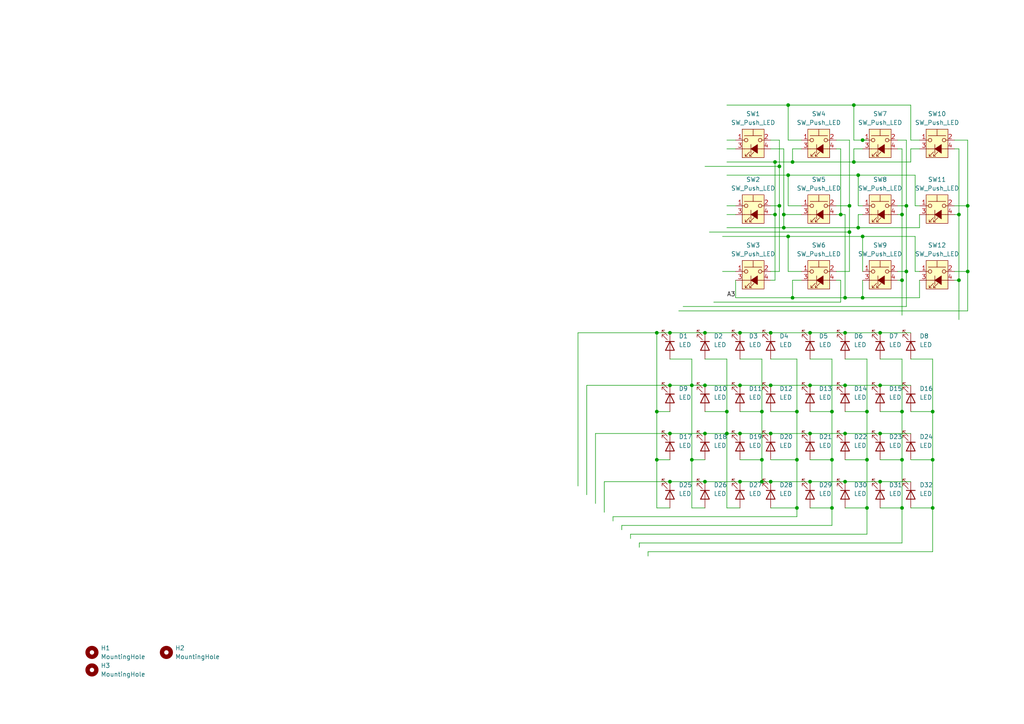
<source format=kicad_sch>
(kicad_sch
	(version 20231120)
	(generator "eeschema")
	(generator_version "8.0")
	(uuid "600999a8-5d2e-47ed-9bfd-a503a86ccc34")
	(paper "A4")
	(lib_symbols
		(symbol "Device:LED"
			(pin_numbers hide)
			(pin_names
				(offset 1.016) hide)
			(exclude_from_sim no)
			(in_bom yes)
			(on_board yes)
			(property "Reference" "D"
				(at 0 2.54 0)
				(effects
					(font
						(size 1.27 1.27)
					)
				)
			)
			(property "Value" "LED"
				(at 0 -2.54 0)
				(effects
					(font
						(size 1.27 1.27)
					)
				)
			)
			(property "Footprint" ""
				(at 0 0 0)
				(effects
					(font
						(size 1.27 1.27)
					)
					(hide yes)
				)
			)
			(property "Datasheet" "~"
				(at 0 0 0)
				(effects
					(font
						(size 1.27 1.27)
					)
					(hide yes)
				)
			)
			(property "Description" "Light emitting diode"
				(at 0 0 0)
				(effects
					(font
						(size 1.27 1.27)
					)
					(hide yes)
				)
			)
			(property "ki_keywords" "LED diode"
				(at 0 0 0)
				(effects
					(font
						(size 1.27 1.27)
					)
					(hide yes)
				)
			)
			(property "ki_fp_filters" "LED* LED_SMD:* LED_THT:*"
				(at 0 0 0)
				(effects
					(font
						(size 1.27 1.27)
					)
					(hide yes)
				)
			)
			(symbol "LED_0_1"
				(polyline
					(pts
						(xy -1.27 -1.27) (xy -1.27 1.27)
					)
					(stroke
						(width 0.254)
						(type default)
					)
					(fill
						(type none)
					)
				)
				(polyline
					(pts
						(xy -1.27 0) (xy 1.27 0)
					)
					(stroke
						(width 0)
						(type default)
					)
					(fill
						(type none)
					)
				)
				(polyline
					(pts
						(xy 1.27 -1.27) (xy 1.27 1.27) (xy -1.27 0) (xy 1.27 -1.27)
					)
					(stroke
						(width 0.254)
						(type default)
					)
					(fill
						(type none)
					)
				)
				(polyline
					(pts
						(xy -3.048 -0.762) (xy -4.572 -2.286) (xy -3.81 -2.286) (xy -4.572 -2.286) (xy -4.572 -1.524)
					)
					(stroke
						(width 0)
						(type default)
					)
					(fill
						(type none)
					)
				)
				(polyline
					(pts
						(xy -1.778 -0.762) (xy -3.302 -2.286) (xy -2.54 -2.286) (xy -3.302 -2.286) (xy -3.302 -1.524)
					)
					(stroke
						(width 0)
						(type default)
					)
					(fill
						(type none)
					)
				)
			)
			(symbol "LED_1_1"
				(pin passive line
					(at -3.81 0 0)
					(length 2.54)
					(name "K"
						(effects
							(font
								(size 1.27 1.27)
							)
						)
					)
					(number "1"
						(effects
							(font
								(size 1.27 1.27)
							)
						)
					)
				)
				(pin passive line
					(at 3.81 0 180)
					(length 2.54)
					(name "A"
						(effects
							(font
								(size 1.27 1.27)
							)
						)
					)
					(number "2"
						(effects
							(font
								(size 1.27 1.27)
							)
						)
					)
				)
			)
		)
		(symbol "Mechanical:MountingHole"
			(pin_names
				(offset 1.016)
			)
			(exclude_from_sim yes)
			(in_bom no)
			(on_board yes)
			(property "Reference" "H"
				(at 0 5.08 0)
				(effects
					(font
						(size 1.27 1.27)
					)
				)
			)
			(property "Value" "MountingHole"
				(at 0 3.175 0)
				(effects
					(font
						(size 1.27 1.27)
					)
				)
			)
			(property "Footprint" ""
				(at 0 0 0)
				(effects
					(font
						(size 1.27 1.27)
					)
					(hide yes)
				)
			)
			(property "Datasheet" "~"
				(at 0 0 0)
				(effects
					(font
						(size 1.27 1.27)
					)
					(hide yes)
				)
			)
			(property "Description" "Mounting Hole without connection"
				(at 0 0 0)
				(effects
					(font
						(size 1.27 1.27)
					)
					(hide yes)
				)
			)
			(property "ki_keywords" "mounting hole"
				(at 0 0 0)
				(effects
					(font
						(size 1.27 1.27)
					)
					(hide yes)
				)
			)
			(property "ki_fp_filters" "MountingHole*"
				(at 0 0 0)
				(effects
					(font
						(size 1.27 1.27)
					)
					(hide yes)
				)
			)
			(symbol "MountingHole_0_1"
				(circle
					(center 0 0)
					(radius 1.27)
					(stroke
						(width 1.27)
						(type default)
					)
					(fill
						(type none)
					)
				)
			)
		)
		(symbol "Switch:SW_Push_LED"
			(pin_names
				(offset 1.016) hide)
			(exclude_from_sim no)
			(in_bom yes)
			(on_board yes)
			(property "Reference" "SW"
				(at 0 7.62 0)
				(effects
					(font
						(size 1.27 1.27)
					)
				)
			)
			(property "Value" "SW_Push_LED"
				(at 0 -3.81 0)
				(effects
					(font
						(size 1.27 1.27)
					)
				)
			)
			(property "Footprint" ""
				(at 0 7.62 0)
				(effects
					(font
						(size 1.27 1.27)
					)
					(hide yes)
				)
			)
			(property "Datasheet" "~"
				(at 0 7.62 0)
				(effects
					(font
						(size 1.27 1.27)
					)
					(hide yes)
				)
			)
			(property "Description" "Push button switch with LED, generic"
				(at 0 0 0)
				(effects
					(font
						(size 1.27 1.27)
					)
					(hide yes)
				)
			)
			(property "ki_keywords" "switch normally-open pushbutton push-button LED"
				(at 0 0 0)
				(effects
					(font
						(size 1.27 1.27)
					)
					(hide yes)
				)
			)
			(symbol "SW_Push_LED_0_0"
				(polyline
					(pts
						(xy -2.54 0) (xy 2.54 0)
					)
					(stroke
						(width 0)
						(type default)
					)
					(fill
						(type none)
					)
				)
				(polyline
					(pts
						(xy -2.286 -2.159) (xy -1.016 -0.889)
					)
					(stroke
						(width 0)
						(type default)
					)
					(fill
						(type none)
					)
				)
				(polyline
					(pts
						(xy -1.016 -2.159) (xy 0.254 -0.889)
					)
					(stroke
						(width 0)
						(type default)
					)
					(fill
						(type none)
					)
				)
				(polyline
					(pts
						(xy -0.635 1.27) (xy -0.635 -1.27)
					)
					(stroke
						(width 0)
						(type default)
					)
					(fill
						(type none)
					)
				)
				(polyline
					(pts
						(xy -2.286 -1.524) (xy -2.286 -2.159) (xy -1.651 -2.159)
					)
					(stroke
						(width 0)
						(type default)
					)
					(fill
						(type none)
					)
				)
				(polyline
					(pts
						(xy -1.016 -1.524) (xy -1.016 -2.159) (xy -0.381 -2.159)
					)
					(stroke
						(width 0)
						(type default)
					)
					(fill
						(type none)
					)
				)
				(polyline
					(pts
						(xy -0.635 0) (xy 1.27 1.27) (xy 1.27 -1.27) (xy -0.635 0)
					)
					(stroke
						(width 0)
						(type default)
					)
					(fill
						(type outline)
					)
				)
			)
			(symbol "SW_Push_LED_0_1"
				(circle
					(center -2.032 2.54)
					(radius 0.508)
					(stroke
						(width 0)
						(type default)
					)
					(fill
						(type none)
					)
				)
				(polyline
					(pts
						(xy 0 3.81) (xy 0 5.588)
					)
					(stroke
						(width 0)
						(type default)
					)
					(fill
						(type none)
					)
				)
				(polyline
					(pts
						(xy 2.54 3.81) (xy -2.54 3.81)
					)
					(stroke
						(width 0)
						(type default)
					)
					(fill
						(type none)
					)
				)
				(circle
					(center 2.032 2.54)
					(radius 0.508)
					(stroke
						(width 0)
						(type default)
					)
					(fill
						(type none)
					)
				)
				(pin passive line
					(at -5.08 2.54 0)
					(length 2.54)
					(name "1"
						(effects
							(font
								(size 1.27 1.27)
							)
						)
					)
					(number "1"
						(effects
							(font
								(size 1.27 1.27)
							)
						)
					)
				)
				(pin passive line
					(at 5.08 2.54 180)
					(length 2.54)
					(name "2"
						(effects
							(font
								(size 1.27 1.27)
							)
						)
					)
					(number "2"
						(effects
							(font
								(size 1.27 1.27)
							)
						)
					)
				)
				(pin passive line
					(at -5.08 0 0)
					(length 2.54)
					(name "K"
						(effects
							(font
								(size 1.27 1.27)
							)
						)
					)
					(number "3"
						(effects
							(font
								(size 1.27 1.27)
							)
						)
					)
				)
				(pin passive line
					(at 5.08 0 180)
					(length 2.54)
					(name "A"
						(effects
							(font
								(size 1.27 1.27)
							)
						)
					)
					(number "4"
						(effects
							(font
								(size 1.27 1.27)
							)
						)
					)
				)
			)
			(symbol "SW_Push_LED_1_1"
				(rectangle
					(start -3.175 5.715)
					(end 3.175 -2.54)
					(stroke
						(width 0)
						(type default)
					)
					(fill
						(type background)
					)
				)
			)
		)
	)
	(junction
		(at 214.63 125.73)
		(diameter 0)
		(color 0 0 0 0)
		(uuid "0254bafd-008d-4530-be19-ee424c6865e6")
	)
	(junction
		(at 194.31 139.7)
		(diameter 0)
		(color 0 0 0 0)
		(uuid "059e9281-8dbf-43c2-8132-7aec8b0c8ed1")
	)
	(junction
		(at 229.87 46.99)
		(diameter 0)
		(color 0 0 0 0)
		(uuid "09a2bd94-23c1-47e0-80cd-7b43dea2b992")
	)
	(junction
		(at 255.27 96.52)
		(diameter 0)
		(color 0 0 0 0)
		(uuid "11763880-762d-4f02-a74d-efed5e0de13a")
	)
	(junction
		(at 220.98 119.38)
		(diameter 0)
		(color 0 0 0 0)
		(uuid "16b94fb6-091c-4011-8742-a0237592a6d5")
	)
	(junction
		(at 214.63 111.76)
		(diameter 0)
		(color 0 0 0 0)
		(uuid "196a7801-a495-429e-af2d-efaef9f07739")
	)
	(junction
		(at 246.38 59.69)
		(diameter 0)
		(color 0 0 0 0)
		(uuid "1bc7790a-8d17-4607-a64b-ecb75eff8343")
	)
	(junction
		(at 226.06 48.26)
		(diameter 0)
		(color 0 0 0 0)
		(uuid "1f1021ee-f2c8-4daa-83d1-72ca914b4d00")
	)
	(junction
		(at 231.14 119.38)
		(diameter 0)
		(color 0 0 0 0)
		(uuid "207f11b0-4eeb-4616-a253-d5cb09077f46")
	)
	(junction
		(at 250.19 68.58)
		(diameter 0)
		(color 0 0 0 0)
		(uuid "2476afb0-f424-45bd-ba7b-a7014e4fd1ed")
	)
	(junction
		(at 231.14 133.35)
		(diameter 0)
		(color 0 0 0 0)
		(uuid "26000c83-61d8-49ce-a647-9c8249c33fa5")
	)
	(junction
		(at 220.98 139.7)
		(diameter 0)
		(color 0 0 0 0)
		(uuid "2db5d913-eb6b-4171-a226-f031c3ad2d10")
	)
	(junction
		(at 223.52 139.7)
		(diameter 0)
		(color 0 0 0 0)
		(uuid "2de3047c-a8c3-4876-8daa-845dc9f5441d")
	)
	(junction
		(at 243.84 62.23)
		(diameter 0)
		(color 0 0 0 0)
		(uuid "2e8f814c-3401-4c36-b383-cd985c2337b5")
	)
	(junction
		(at 234.95 96.52)
		(diameter 0)
		(color 0 0 0 0)
		(uuid "306717ba-3998-4d26-8c73-254f0699ad83")
	)
	(junction
		(at 280.67 78.74)
		(diameter 0)
		(color 0 0 0 0)
		(uuid "34e4675a-8563-49d3-ab2b-444fb07a853b")
	)
	(junction
		(at 227.33 66.04)
		(diameter 0)
		(color 0 0 0 0)
		(uuid "3509b12d-8247-4631-bae1-bbfda521aee4")
	)
	(junction
		(at 229.87 86.36)
		(diameter 0)
		(color 0 0 0 0)
		(uuid "3653220c-50cf-4afb-a5e1-146247615a25")
	)
	(junction
		(at 270.51 133.35)
		(diameter 0)
		(color 0 0 0 0)
		(uuid "36fd9db0-efec-481a-86d2-c29f2faca218")
	)
	(junction
		(at 255.27 125.73)
		(diameter 0)
		(color 0 0 0 0)
		(uuid "38dec9dd-2eb6-476a-87bc-a2f57974210f")
	)
	(junction
		(at 241.3 119.38)
		(diameter 0)
		(color 0 0 0 0)
		(uuid "3beb0b21-2127-41c7-9c3f-ed7b5fc4f299")
	)
	(junction
		(at 245.11 86.36)
		(diameter 0)
		(color 0 0 0 0)
		(uuid "3c056fcd-1a2b-4110-b9d3-2b351a29d796")
	)
	(junction
		(at 231.14 147.32)
		(diameter 0)
		(color 0 0 0 0)
		(uuid "3c9b74f5-6695-4180-9e61-ed8df1fe76ab")
	)
	(junction
		(at 250.19 40.64)
		(diameter 0)
		(color 0 0 0 0)
		(uuid "3d4f5132-5393-417a-8a46-c10a24d4f16f")
	)
	(junction
		(at 261.62 62.23)
		(diameter 0)
		(color 0 0 0 0)
		(uuid "3de2c819-9939-422c-95d6-65025e9a41fd")
	)
	(junction
		(at 262.89 59.69)
		(diameter 0)
		(color 0 0 0 0)
		(uuid "3e665a9c-dd22-40f1-89c6-52adf8dd4833")
	)
	(junction
		(at 262.89 78.74)
		(diameter 0)
		(color 0 0 0 0)
		(uuid "3ecc7884-81a6-4500-a539-dff45cc87485")
	)
	(junction
		(at 245.11 125.73)
		(diameter 0)
		(color 0 0 0 0)
		(uuid "4141f87d-b8b6-4330-b8c0-39a8c2b24449")
	)
	(junction
		(at 248.92 50.8)
		(diameter 0)
		(color 0 0 0 0)
		(uuid "415d324b-3fd9-4e87-a1ab-25130a43dbbc")
	)
	(junction
		(at 224.79 62.23)
		(diameter 0)
		(color 0 0 0 0)
		(uuid "4988a513-5dad-4a08-81e5-0966248cfbe8")
	)
	(junction
		(at 190.5 119.38)
		(diameter 0)
		(color 0 0 0 0)
		(uuid "49f4e0ff-cb98-4ee9-9b88-dc0e5c8051e5")
	)
	(junction
		(at 228.6 30.48)
		(diameter 0)
		(color 0 0 0 0)
		(uuid "5072b1db-9c63-4492-afed-c358b264c38b")
	)
	(junction
		(at 204.47 139.7)
		(diameter 0)
		(color 0 0 0 0)
		(uuid "5266fb0f-2622-4427-a101-3110969f91ec")
	)
	(junction
		(at 204.47 125.73)
		(diameter 0)
		(color 0 0 0 0)
		(uuid "55595e2c-7c51-4bf8-8fd8-11ab29dc39de")
	)
	(junction
		(at 227.33 62.23)
		(diameter 0)
		(color 0 0 0 0)
		(uuid "5a523179-0575-48aa-b7fa-30d3448f031a")
	)
	(junction
		(at 255.27 139.7)
		(diameter 0)
		(color 0 0 0 0)
		(uuid "5c3ace00-959b-46d7-b2af-e486a102e9a5")
	)
	(junction
		(at 234.95 139.7)
		(diameter 0)
		(color 0 0 0 0)
		(uuid "5c79aca4-782a-4f38-bbb5-bf13e329a3ec")
	)
	(junction
		(at 245.11 139.7)
		(diameter 0)
		(color 0 0 0 0)
		(uuid "60bd7fb4-da64-4755-a75a-3238eaca0cda")
	)
	(junction
		(at 245.11 96.52)
		(diameter 0)
		(color 0 0 0 0)
		(uuid "61734c55-a29b-4755-8c26-d63983adbe20")
	)
	(junction
		(at 210.82 119.38)
		(diameter 0)
		(color 0 0 0 0)
		(uuid "633b5121-fce1-491e-819c-4a139749b12b")
	)
	(junction
		(at 261.62 119.38)
		(diameter 0)
		(color 0 0 0 0)
		(uuid "67ea8e61-c877-4e0d-84b7-36938b1a732a")
	)
	(junction
		(at 250.19 86.36)
		(diameter 0)
		(color 0 0 0 0)
		(uuid "693cf6da-9b39-4d5e-8c13-9638ac0951bc")
	)
	(junction
		(at 246.38 67.31)
		(diameter 0)
		(color 0 0 0 0)
		(uuid "6c184edf-b1b1-4eae-8a4f-553ee5f1ec7e")
	)
	(junction
		(at 234.95 125.73)
		(diameter 0)
		(color 0 0 0 0)
		(uuid "6e9158dc-2939-4987-a4b1-cb9cf07be161")
	)
	(junction
		(at 224.79 46.99)
		(diameter 0)
		(color 0 0 0 0)
		(uuid "70dae901-b462-4fee-b4bf-acdd66781e9b")
	)
	(junction
		(at 190.5 133.35)
		(diameter 0)
		(color 0 0 0 0)
		(uuid "749a7658-0bb4-47ce-ab76-999266461293")
	)
	(junction
		(at 261.62 147.32)
		(diameter 0)
		(color 0 0 0 0)
		(uuid "7d33cd45-af6f-47fa-97d2-881bb7860c91")
	)
	(junction
		(at 270.51 119.38)
		(diameter 0)
		(color 0 0 0 0)
		(uuid "85ddd88e-de09-4bba-812a-6d65e24f99a1")
	)
	(junction
		(at 241.3 147.32)
		(diameter 0)
		(color 0 0 0 0)
		(uuid "8a77b202-a527-4994-9909-74959744d488")
	)
	(junction
		(at 223.52 111.76)
		(diameter 0)
		(color 0 0 0 0)
		(uuid "94638595-63d9-437a-937f-1aed78b23d5f")
	)
	(junction
		(at 261.62 81.28)
		(diameter 0)
		(color 0 0 0 0)
		(uuid "9e99167e-c374-4809-aac9-551450d2e1bb")
	)
	(junction
		(at 251.46 119.38)
		(diameter 0)
		(color 0 0 0 0)
		(uuid "a32ad208-c9e5-45f3-a9c3-a4fd3c910410")
	)
	(junction
		(at 220.98 133.35)
		(diameter 0)
		(color 0 0 0 0)
		(uuid "a6abe04c-ecb7-4eee-ba58-dddd63c5f692")
	)
	(junction
		(at 251.46 133.35)
		(diameter 0)
		(color 0 0 0 0)
		(uuid "aa491742-b447-44a2-a4b2-569a072f2de2")
	)
	(junction
		(at 228.6 50.8)
		(diameter 0)
		(color 0 0 0 0)
		(uuid "ab26e79b-153f-468f-a3ac-708bca7cd80d")
	)
	(junction
		(at 214.63 96.52)
		(diameter 0)
		(color 0 0 0 0)
		(uuid "abec87b5-db21-4616-a5c9-303051e330dd")
	)
	(junction
		(at 194.31 125.73)
		(diameter 0)
		(color 0 0 0 0)
		(uuid "ac4da50b-8c65-4814-9fd9-2721dbcae921")
	)
	(junction
		(at 261.62 133.35)
		(diameter 0)
		(color 0 0 0 0)
		(uuid "adf08f2a-b4f6-4eef-bb85-bca929efbbbe")
	)
	(junction
		(at 280.67 59.69)
		(diameter 0)
		(color 0 0 0 0)
		(uuid "b3586134-7626-4b81-8689-6c277f8d83ef")
	)
	(junction
		(at 194.31 96.52)
		(diameter 0)
		(color 0 0 0 0)
		(uuid "b782843a-2cbb-4c72-94a9-0a4008e69603")
	)
	(junction
		(at 228.6 68.58)
		(diameter 0)
		(color 0 0 0 0)
		(uuid "b9044d99-784f-4c01-bf88-f1a4a26ab179")
	)
	(junction
		(at 245.11 111.76)
		(diameter 0)
		(color 0 0 0 0)
		(uuid "c0296948-92b3-4042-bcfc-a79de57ff40e")
	)
	(junction
		(at 226.06 59.69)
		(diameter 0)
		(color 0 0 0 0)
		(uuid "c0a7c78e-9a48-490c-a957-35d338c897aa")
	)
	(junction
		(at 248.92 66.04)
		(diameter 0)
		(color 0 0 0 0)
		(uuid "c0e9f3d0-92d0-44ce-9183-fe846a2e5bce")
	)
	(junction
		(at 270.51 147.32)
		(diameter 0)
		(color 0 0 0 0)
		(uuid "c5e01223-9349-4cb0-b451-74b013fabf17")
	)
	(junction
		(at 200.66 133.35)
		(diameter 0)
		(color 0 0 0 0)
		(uuid "c5f81884-c8aa-485a-ba2d-9b9a46997b76")
	)
	(junction
		(at 278.13 81.28)
		(diameter 0)
		(color 0 0 0 0)
		(uuid "cb3fbc84-dcbc-49f4-8d6e-35b421a5f6fb")
	)
	(junction
		(at 255.27 111.76)
		(diameter 0)
		(color 0 0 0 0)
		(uuid "d1c9ad5b-961e-4cb4-ac00-519f4a450d6d")
	)
	(junction
		(at 247.65 46.99)
		(diameter 0)
		(color 0 0 0 0)
		(uuid "d209ba00-e050-4542-9523-13d53b377222")
	)
	(junction
		(at 204.47 111.76)
		(diameter 0)
		(color 0 0 0 0)
		(uuid "d44c01d1-3504-429a-bb50-4e247d958c15")
	)
	(junction
		(at 200.66 111.76)
		(diameter 0)
		(color 0 0 0 0)
		(uuid "d458e384-2c24-4ac9-bd84-8277a7d7d153")
	)
	(junction
		(at 241.3 133.35)
		(diameter 0)
		(color 0 0 0 0)
		(uuid "d62a0657-74c5-48c2-921e-60f4890d527f")
	)
	(junction
		(at 223.52 96.52)
		(diameter 0)
		(color 0 0 0 0)
		(uuid "d7d76e47-72a7-4ef7-af95-5800f2ed8a7f")
	)
	(junction
		(at 278.13 62.23)
		(diameter 0)
		(color 0 0 0 0)
		(uuid "d81d1c73-792f-46d9-b1d1-6517689b80f3")
	)
	(junction
		(at 210.82 125.73)
		(diameter 0)
		(color 0 0 0 0)
		(uuid "d976afb8-fcd0-4555-8010-6e1853930fca")
	)
	(junction
		(at 234.95 111.76)
		(diameter 0)
		(color 0 0 0 0)
		(uuid "dcf828de-96f4-4d37-872c-dbb79e8b15b6")
	)
	(junction
		(at 204.47 96.52)
		(diameter 0)
		(color 0 0 0 0)
		(uuid "de6f5ba9-c1cf-427a-8214-64c315b5fdca")
	)
	(junction
		(at 223.52 125.73)
		(diameter 0)
		(color 0 0 0 0)
		(uuid "e0273cb5-1cce-44be-90ec-29bf2445e261")
	)
	(junction
		(at 194.31 111.76)
		(diameter 0)
		(color 0 0 0 0)
		(uuid "e95e7ec7-b588-4b10-bbfb-81f91f130152")
	)
	(junction
		(at 214.63 139.7)
		(diameter 0)
		(color 0 0 0 0)
		(uuid "ead995b4-8725-4ca5-b48b-dfb35ad9cbda")
	)
	(junction
		(at 247.65 30.48)
		(diameter 0)
		(color 0 0 0 0)
		(uuid "edcdf4b9-be98-4724-a8da-d9e9e2cf6733")
	)
	(junction
		(at 190.5 96.52)
		(diameter 0)
		(color 0 0 0 0)
		(uuid "f45edb61-a5f4-4330-a366-1e73d8b1dd80")
	)
	(junction
		(at 251.46 147.32)
		(diameter 0)
		(color 0 0 0 0)
		(uuid "fff2679b-1365-4b32-9cf6-5849234818d6")
	)
	(wire
		(pts
			(xy 242.57 81.28) (xy 243.84 81.28)
		)
		(stroke
			(width 0)
			(type default)
		)
		(uuid "0486cb9f-5a10-48cb-b6c7-3659a7e85fe4")
	)
	(wire
		(pts
			(xy 250.19 68.58) (xy 250.19 78.74)
		)
		(stroke
			(width 0)
			(type default)
		)
		(uuid "050fca42-3f49-4d14-a9b3-3c8b65df0f81")
	)
	(wire
		(pts
			(xy 210.82 30.48) (xy 228.6 30.48)
		)
		(stroke
			(width 0)
			(type default)
		)
		(uuid "05ea2a42-c933-4076-bf79-6a9c5ada9e96")
	)
	(wire
		(pts
			(xy 234.95 104.14) (xy 241.3 104.14)
		)
		(stroke
			(width 0)
			(type default)
		)
		(uuid "080527fa-0dd5-4bbf-893a-733c56b418b5")
	)
	(wire
		(pts
			(xy 214.63 139.7) (xy 220.98 139.7)
		)
		(stroke
			(width 0)
			(type default)
		)
		(uuid "08269416-c423-4605-93c5-7cdc56b78253")
	)
	(wire
		(pts
			(xy 204.47 139.7) (xy 214.63 139.7)
		)
		(stroke
			(width 0)
			(type default)
		)
		(uuid "0a1bcd8f-5566-491c-ab68-bcb21882b3b5")
	)
	(wire
		(pts
			(xy 210.82 104.14) (xy 210.82 119.38)
		)
		(stroke
			(width 0)
			(type default)
		)
		(uuid "0a7eef36-35fe-48f8-bd34-168d10452250")
	)
	(wire
		(pts
			(xy 170.18 111.76) (xy 194.31 111.76)
		)
		(stroke
			(width 0)
			(type default)
		)
		(uuid "0afdeb9e-c9af-4184-bfbd-7e26693f0447")
	)
	(wire
		(pts
			(xy 170.18 111.76) (xy 170.18 143.51)
		)
		(stroke
			(width 0)
			(type default)
		)
		(uuid "0cb70a97-8442-473c-9f40-557bfa2bd5d5")
	)
	(wire
		(pts
			(xy 262.89 59.69) (xy 262.89 78.74)
		)
		(stroke
			(width 0)
			(type default)
		)
		(uuid "0d8c321a-b44a-4b46-8d81-41e1f46a0cbf")
	)
	(wire
		(pts
			(xy 194.31 147.32) (xy 190.5 147.32)
		)
		(stroke
			(width 0)
			(type default)
		)
		(uuid "1152aaba-73af-4725-84fc-8ba713818a51")
	)
	(wire
		(pts
			(xy 255.27 133.35) (xy 261.62 133.35)
		)
		(stroke
			(width 0)
			(type default)
		)
		(uuid "12e4f0ac-c13c-4226-aa8c-9932f5e4eb54")
	)
	(wire
		(pts
			(xy 278.13 81.28) (xy 278.13 92.71)
		)
		(stroke
			(width 0)
			(type default)
		)
		(uuid "163e6a49-1c7f-41fb-8b78-60417f4f0819")
	)
	(wire
		(pts
			(xy 220.98 139.7) (xy 223.52 139.7)
		)
		(stroke
			(width 0)
			(type default)
		)
		(uuid "16f0484a-6d41-4670-b230-d5bb5db127a6")
	)
	(wire
		(pts
			(xy 264.16 104.14) (xy 270.51 104.14)
		)
		(stroke
			(width 0)
			(type default)
		)
		(uuid "187b36e5-1c05-4547-b980-a6ab07e7fd1c")
	)
	(wire
		(pts
			(xy 200.66 133.35) (xy 200.66 147.32)
		)
		(stroke
			(width 0)
			(type default)
		)
		(uuid "1b8865ec-e52e-4a09-9f43-2d0984ec9d17")
	)
	(wire
		(pts
			(xy 172.72 125.73) (xy 172.72 146.05)
		)
		(stroke
			(width 0)
			(type default)
		)
		(uuid "1da45c65-ad44-45f9-9803-22457693887d")
	)
	(wire
		(pts
			(xy 262.89 88.9) (xy 262.89 78.74)
		)
		(stroke
			(width 0)
			(type default)
		)
		(uuid "1e639684-3c4b-4f4e-920a-98ae38214973")
	)
	(wire
		(pts
			(xy 172.72 125.73) (xy 194.31 125.73)
		)
		(stroke
			(width 0)
			(type default)
		)
		(uuid "1f711586-b8cf-40db-8945-508bc8e19db1")
	)
	(wire
		(pts
			(xy 190.5 119.38) (xy 194.31 119.38)
		)
		(stroke
			(width 0)
			(type default)
		)
		(uuid "1fcc07e2-a571-4106-bc44-bd9d9386dac9")
	)
	(wire
		(pts
			(xy 229.87 81.28) (xy 229.87 86.36)
		)
		(stroke
			(width 0)
			(type default)
		)
		(uuid "1fe81d11-47e7-4b4d-bb8a-5996e1b1e871")
	)
	(wire
		(pts
			(xy 231.14 119.38) (xy 231.14 133.35)
		)
		(stroke
			(width 0)
			(type default)
		)
		(uuid "208fe290-c1a9-4217-a254-1865a045bfb3")
	)
	(wire
		(pts
			(xy 187.96 161.29) (xy 187.96 160.02)
		)
		(stroke
			(width 0)
			(type default)
		)
		(uuid "21796374-851f-449a-90fa-cf921327862c")
	)
	(wire
		(pts
			(xy 177.8 149.86) (xy 231.14 149.86)
		)
		(stroke
			(width 0)
			(type default)
		)
		(uuid "2197ee0b-b622-4129-8abf-edf37e8c84b1")
	)
	(wire
		(pts
			(xy 210.82 119.38) (xy 210.82 125.73)
		)
		(stroke
			(width 0)
			(type default)
		)
		(uuid "22aec102-c063-4111-8b46-7cd84bfe9917")
	)
	(wire
		(pts
			(xy 198.12 88.9) (xy 262.89 88.9)
		)
		(stroke
			(width 0)
			(type default)
		)
		(uuid "23b78483-5e00-4a4c-a017-1d304ab1a41f")
	)
	(wire
		(pts
			(xy 204.47 48.26) (xy 226.06 48.26)
		)
		(stroke
			(width 0)
			(type default)
		)
		(uuid "24f022af-2388-447f-8523-fdc0ade3bef5")
	)
	(wire
		(pts
			(xy 251.46 40.64) (xy 250.19 40.64)
		)
		(stroke
			(width 0)
			(type default)
		)
		(uuid "253111f5-d3e8-4038-91c5-101f62063d25")
	)
	(wire
		(pts
			(xy 251.46 104.14) (xy 251.46 119.38)
		)
		(stroke
			(width 0)
			(type default)
		)
		(uuid "289d3aff-82d3-498b-9885-8148dd99538f")
	)
	(wire
		(pts
			(xy 214.63 119.38) (xy 220.98 119.38)
		)
		(stroke
			(width 0)
			(type default)
		)
		(uuid "2913db81-3b1e-448a-93ad-40ede87ae371")
	)
	(wire
		(pts
			(xy 223.52 111.76) (xy 234.95 111.76)
		)
		(stroke
			(width 0)
			(type default)
		)
		(uuid "295ea85f-5ca6-4f43-af55-69027659a47e")
	)
	(wire
		(pts
			(xy 245.11 111.76) (xy 255.27 111.76)
		)
		(stroke
			(width 0)
			(type default)
		)
		(uuid "2a6ced20-c276-427e-af68-2bd45afcf60e")
	)
	(wire
		(pts
			(xy 261.62 119.38) (xy 261.62 133.35)
		)
		(stroke
			(width 0)
			(type default)
		)
		(uuid "2e26ac41-8da0-4af7-b227-3e6a161f76fa")
	)
	(wire
		(pts
			(xy 280.67 90.17) (xy 280.67 78.74)
		)
		(stroke
			(width 0)
			(type default)
		)
		(uuid "2e4374b9-3324-4cec-bc66-4c52ea4834ca")
	)
	(wire
		(pts
			(xy 250.19 40.64) (xy 247.65 40.64)
		)
		(stroke
			(width 0)
			(type default)
		)
		(uuid "2e4bfb9a-9188-44cc-bf17-c152f79e0be1")
	)
	(wire
		(pts
			(xy 248.92 59.69) (xy 248.92 50.8)
		)
		(stroke
			(width 0)
			(type default)
		)
		(uuid "2e6598a3-27a0-4ee2-9e1d-0c37beb9a0e1")
	)
	(wire
		(pts
			(xy 255.27 111.76) (xy 264.16 111.76)
		)
		(stroke
			(width 0)
			(type default)
		)
		(uuid "2e95cb29-f6d2-47dd-ae8c-82ebd2234f48")
	)
	(wire
		(pts
			(xy 260.35 40.64) (xy 262.89 40.64)
		)
		(stroke
			(width 0)
			(type default)
		)
		(uuid "2ea94ed9-352e-439f-99e1-a02660d8ef5a")
	)
	(wire
		(pts
			(xy 200.66 104.14) (xy 200.66 111.76)
		)
		(stroke
			(width 0)
			(type default)
		)
		(uuid "34767655-9548-45d3-a984-db2b4ba6bb85")
	)
	(wire
		(pts
			(xy 226.06 48.26) (xy 226.06 59.69)
		)
		(stroke
			(width 0)
			(type default)
		)
		(uuid "386a8cc7-a48e-4ab1-b607-b7e6bedd0cb8")
	)
	(wire
		(pts
			(xy 224.79 62.23) (xy 224.79 81.28)
		)
		(stroke
			(width 0)
			(type default)
		)
		(uuid "3ad8df7f-12c8-4ae7-b477-1779c43677a9")
	)
	(wire
		(pts
			(xy 229.87 43.18) (xy 232.41 43.18)
		)
		(stroke
			(width 0)
			(type default)
		)
		(uuid "3b2ee5f9-6e1a-4bed-aef4-25508f76ddf7")
	)
	(wire
		(pts
			(xy 243.84 81.28) (xy 243.84 87.63)
		)
		(stroke
			(width 0)
			(type default)
		)
		(uuid "3c780ee3-5f05-40ff-89c9-fe8eebdfa67f")
	)
	(wire
		(pts
			(xy 204.47 96.52) (xy 214.63 96.52)
		)
		(stroke
			(width 0)
			(type default)
		)
		(uuid "3cf888e4-1000-40ae-bff5-946a9c64f4c6")
	)
	(wire
		(pts
			(xy 190.5 133.35) (xy 190.5 119.38)
		)
		(stroke
			(width 0)
			(type default)
		)
		(uuid "40be9b07-821b-40a1-bedd-659ddbfdd433")
	)
	(wire
		(pts
			(xy 247.65 43.18) (xy 247.65 46.99)
		)
		(stroke
			(width 0)
			(type default)
		)
		(uuid "41809e40-e1cf-4f18-8670-27a83d272ef1")
	)
	(wire
		(pts
			(xy 251.46 133.35) (xy 251.46 147.32)
		)
		(stroke
			(width 0)
			(type default)
		)
		(uuid "43c5c9fc-d9df-4a5b-9a49-5e9507802ca6")
	)
	(wire
		(pts
			(xy 234.95 119.38) (xy 241.3 119.38)
		)
		(stroke
			(width 0)
			(type default)
		)
		(uuid "445204c5-4599-4a1e-80f3-d4156f76eb93")
	)
	(wire
		(pts
			(xy 194.31 111.76) (xy 200.66 111.76)
		)
		(stroke
			(width 0)
			(type default)
		)
		(uuid "4539ff73-d66e-4202-9ace-4594fd66fcff")
	)
	(wire
		(pts
			(xy 241.3 152.4) (xy 241.3 147.32)
		)
		(stroke
			(width 0)
			(type default)
		)
		(uuid "45bbc96a-20ff-4164-ae21-da5566a04d3e")
	)
	(wire
		(pts
			(xy 196.85 90.17) (xy 280.67 90.17)
		)
		(stroke
			(width 0)
			(type default)
		)
		(uuid "467d130e-8a45-4b09-a9cc-061e67274b6b")
	)
	(wire
		(pts
			(xy 242.57 40.64) (xy 246.38 40.64)
		)
		(stroke
			(width 0)
			(type default)
		)
		(uuid "480cddb0-d800-46c1-afc9-901e7d4d735b")
	)
	(wire
		(pts
			(xy 187.96 160.02) (xy 270.51 160.02)
		)
		(stroke
			(width 0)
			(type default)
		)
		(uuid "4aa89572-d302-4a6d-9640-dab89087285d")
	)
	(wire
		(pts
			(xy 194.31 139.7) (xy 204.47 139.7)
		)
		(stroke
			(width 0)
			(type default)
		)
		(uuid "4b98d43b-ee79-4c5a-88bc-febe89658a6e")
	)
	(wire
		(pts
			(xy 182.88 154.94) (xy 182.88 156.21)
		)
		(stroke
			(width 0)
			(type default)
		)
		(uuid "4bc5feae-7104-4de4-aa6c-fd2da141c280")
	)
	(wire
		(pts
			(xy 261.62 133.35) (xy 261.62 147.32)
		)
		(stroke
			(width 0)
			(type default)
		)
		(uuid "4c25fe96-4bd8-4379-9896-a47031ed24ef")
	)
	(wire
		(pts
			(xy 223.52 139.7) (xy 234.95 139.7)
		)
		(stroke
			(width 0)
			(type default)
		)
		(uuid "4dc8e249-c36d-4ce2-878a-bad3fe6711bf")
	)
	(wire
		(pts
			(xy 278.13 43.18) (xy 278.13 62.23)
		)
		(stroke
			(width 0)
			(type default)
		)
		(uuid "4e6c5290-ec98-4919-aae6-7f545a151d68")
	)
	(wire
		(pts
			(xy 241.3 119.38) (xy 241.3 133.35)
		)
		(stroke
			(width 0)
			(type default)
		)
		(uuid "4f15e130-5265-405b-9740-a9bcf8ee6bfc")
	)
	(wire
		(pts
			(xy 213.36 86.36) (xy 229.87 86.36)
		)
		(stroke
			(width 0)
			(type default)
		)
		(uuid "4fa1c202-7849-4e52-8fb5-813885436594")
	)
	(wire
		(pts
			(xy 255.27 104.14) (xy 261.62 104.14)
		)
		(stroke
			(width 0)
			(type default)
		)
		(uuid "50d49fc1-5eb5-4d36-a63f-a348b029eb1f")
	)
	(wire
		(pts
			(xy 228.6 78.74) (xy 232.41 78.74)
		)
		(stroke
			(width 0)
			(type default)
		)
		(uuid "515ab327-02b3-4307-a4bb-c3a71cadcdbd")
	)
	(wire
		(pts
			(xy 177.8 149.86) (xy 177.8 151.13)
		)
		(stroke
			(width 0)
			(type default)
		)
		(uuid "51f78a84-e774-492d-a4ef-3ffbe3d9380c")
	)
	(wire
		(pts
			(xy 220.98 133.35) (xy 220.98 139.7)
		)
		(stroke
			(width 0)
			(type default)
		)
		(uuid "51fe5989-b550-44d4-b9b7-85066bf535c7")
	)
	(wire
		(pts
			(xy 266.7 81.28) (xy 266.7 86.36)
		)
		(stroke
			(width 0)
			(type default)
		)
		(uuid "522bdf3c-6880-4a74-b1bd-98bdb6948232")
	)
	(wire
		(pts
			(xy 210.82 147.32) (xy 214.63 147.32)
		)
		(stroke
			(width 0)
			(type default)
		)
		(uuid "5475ca43-31c4-4e62-8e84-ba04b11ce33b")
	)
	(wire
		(pts
			(xy 270.51 133.35) (xy 270.51 147.32)
		)
		(stroke
			(width 0)
			(type default)
		)
		(uuid "569d0e01-b1a3-471d-9e29-41d9b25257f6")
	)
	(wire
		(pts
			(xy 223.52 104.14) (xy 231.14 104.14)
		)
		(stroke
			(width 0)
			(type default)
		)
		(uuid "58b2d480-fcaa-4a07-a763-79c87ab2da59")
	)
	(wire
		(pts
			(xy 210.82 125.73) (xy 210.82 147.32)
		)
		(stroke
			(width 0)
			(type default)
		)
		(uuid "5a54a4d7-7392-493d-90b1-9dc23b8c5566")
	)
	(wire
		(pts
			(xy 260.35 78.74) (xy 262.89 78.74)
		)
		(stroke
			(width 0)
			(type default)
		)
		(uuid "5af86006-660c-4374-896c-ac431ff6afb5")
	)
	(wire
		(pts
			(xy 245.11 96.52) (xy 255.27 96.52)
		)
		(stroke
			(width 0)
			(type default)
		)
		(uuid "5be34d45-8615-429a-a36a-21ba069ae192")
	)
	(wire
		(pts
			(xy 255.27 119.38) (xy 261.62 119.38)
		)
		(stroke
			(width 0)
			(type default)
		)
		(uuid "5d236159-dfd1-4870-8e73-0d6509b7b980")
	)
	(wire
		(pts
			(xy 223.52 119.38) (xy 231.14 119.38)
		)
		(stroke
			(width 0)
			(type default)
		)
		(uuid "5d6a055e-182d-44d7-84b9-d9556bdd66b1")
	)
	(wire
		(pts
			(xy 245.11 62.23) (xy 245.11 86.36)
		)
		(stroke
			(width 0)
			(type default)
		)
		(uuid "5d77f6a7-58a1-4e57-a266-f06e27fd752a")
	)
	(wire
		(pts
			(xy 260.35 43.18) (xy 261.62 43.18)
		)
		(stroke
			(width 0)
			(type default)
		)
		(uuid "5e1c925c-922a-49ea-85e3-1d059623e822")
	)
	(wire
		(pts
			(xy 223.52 125.73) (xy 234.95 125.73)
		)
		(stroke
			(width 0)
			(type default)
		)
		(uuid "613129b3-fa7d-4de1-9cee-09d74635ad83")
	)
	(wire
		(pts
			(xy 227.33 66.04) (xy 248.92 66.04)
		)
		(stroke
			(width 0)
			(type default)
		)
		(uuid "63c8359e-96a2-4c21-a6da-a6e2a7f5a52a")
	)
	(wire
		(pts
			(xy 213.36 40.64) (xy 210.82 40.64)
		)
		(stroke
			(width 0)
			(type default)
		)
		(uuid "64abfe8b-b531-485f-848e-da63d9477823")
	)
	(wire
		(pts
			(xy 180.34 152.4) (xy 180.34 153.67)
		)
		(stroke
			(width 0)
			(type default)
		)
		(uuid "64ffb966-b7e1-476c-9531-6162af4219f2")
	)
	(wire
		(pts
			(xy 167.64 140.97) (xy 167.64 96.52)
		)
		(stroke
			(width 0)
			(type default)
		)
		(uuid "66767807-6d2f-4c7d-a91c-c9cc36c0def5")
	)
	(wire
		(pts
			(xy 251.46 154.94) (xy 251.46 147.32)
		)
		(stroke
			(width 0)
			(type default)
		)
		(uuid "676755af-7438-4bb9-a04a-35f56869b99f")
	)
	(wire
		(pts
			(xy 224.79 81.28) (xy 223.52 81.28)
		)
		(stroke
			(width 0)
			(type default)
		)
		(uuid "679434f0-ecd0-4907-8573-1ed2a7a41c37")
	)
	(wire
		(pts
			(xy 261.62 147.32) (xy 261.62 157.48)
		)
		(stroke
			(width 0)
			(type default)
		)
		(uuid "6842919f-d42b-4aa3-85a9-0d324ebf6060")
	)
	(wire
		(pts
			(xy 210.82 62.23) (xy 213.36 62.23)
		)
		(stroke
			(width 0)
			(type default)
		)
		(uuid "6862c72f-18d0-4a98-b9e4-3a8d43a7bf46")
	)
	(wire
		(pts
			(xy 261.62 81.28) (xy 261.62 91.44)
		)
		(stroke
			(width 0)
			(type default)
		)
		(uuid "697ad7f1-7403-4924-9af2-9fba43f570af")
	)
	(wire
		(pts
			(xy 250.19 86.36) (xy 266.7 86.36)
		)
		(stroke
			(width 0)
			(type default)
		)
		(uuid "697b23a7-6c0e-4ca4-8750-81b26ca6398d")
	)
	(wire
		(pts
			(xy 265.43 78.74) (xy 265.43 68.58)
		)
		(stroke
			(width 0)
			(type default)
		)
		(uuid "6c7cb612-aff8-4f39-a3a4-b54cc4e83de9")
	)
	(wire
		(pts
			(xy 231.14 104.14) (xy 231.14 119.38)
		)
		(stroke
			(width 0)
			(type default)
		)
		(uuid "6cd5d4af-4477-4bb9-9bea-9a7ab517f73d")
	)
	(wire
		(pts
			(xy 209.55 78.74) (xy 213.36 78.74)
		)
		(stroke
			(width 0)
			(type default)
		)
		(uuid "6dedbde4-6c54-4c53-9083-9dd37aaf616f")
	)
	(wire
		(pts
			(xy 265.43 59.69) (xy 265.43 50.8)
		)
		(stroke
			(width 0)
			(type default)
		)
		(uuid "6e0c05e0-ef14-44e1-b217-ec3cb739d727")
	)
	(wire
		(pts
			(xy 223.52 43.18) (xy 227.33 43.18)
		)
		(stroke
			(width 0)
			(type default)
		)
		(uuid "713b10f6-6b84-47e9-b887-ad4ec0005976")
	)
	(wire
		(pts
			(xy 194.31 125.73) (xy 204.47 125.73)
		)
		(stroke
			(width 0)
			(type default)
		)
		(uuid "713beb7a-cc82-4c08-b014-f47201f98d37")
	)
	(wire
		(pts
			(xy 234.95 125.73) (xy 245.11 125.73)
		)
		(stroke
			(width 0)
			(type default)
		)
		(uuid "71e8d010-ec90-4cfb-a330-9477e1e6c512")
	)
	(wire
		(pts
			(xy 264.16 119.38) (xy 270.51 119.38)
		)
		(stroke
			(width 0)
			(type default)
		)
		(uuid "729ea225-3c61-4c09-80ce-a4e46dc37f9b")
	)
	(wire
		(pts
			(xy 234.95 96.52) (xy 245.11 96.52)
		)
		(stroke
			(width 0)
			(type default)
		)
		(uuid "732cb105-d275-4674-bfc4-e1fd7fbc1ea6")
	)
	(wire
		(pts
			(xy 190.5 96.52) (xy 194.31 96.52)
		)
		(stroke
			(width 0)
			(type default)
		)
		(uuid "738fcd40-b12b-4e04-a812-9ab5e2505080")
	)
	(wire
		(pts
			(xy 228.6 40.64) (xy 232.41 40.64)
		)
		(stroke
			(width 0)
			(type default)
		)
		(uuid "75341834-c0dc-41ea-acff-dbe627dfdc57")
	)
	(wire
		(pts
			(xy 223.52 147.32) (xy 231.14 147.32)
		)
		(stroke
			(width 0)
			(type default)
		)
		(uuid "76d8e537-dd2f-4ce9-9382-7f056bf72a1b")
	)
	(wire
		(pts
			(xy 241.3 104.14) (xy 241.3 119.38)
		)
		(stroke
			(width 0)
			(type default)
		)
		(uuid "7b0b80a5-bbb7-460c-97d2-6ccddccf2b1a")
	)
	(wire
		(pts
			(xy 226.06 40.64) (xy 226.06 48.26)
		)
		(stroke
			(width 0)
			(type default)
		)
		(uuid "7c1af494-0dd7-4d56-97e9-ba7461c5aa5b")
	)
	(wire
		(pts
			(xy 227.33 66.04) (xy 210.82 66.04)
		)
		(stroke
			(width 0)
			(type default)
		)
		(uuid "80467ed2-7cac-49d9-8055-c84be9d5816e")
	)
	(wire
		(pts
			(xy 190.5 133.35) (xy 194.31 133.35)
		)
		(stroke
			(width 0)
			(type default)
		)
		(uuid "8083a278-70fc-4294-a171-8f353b92095c")
	)
	(wire
		(pts
			(xy 200.66 147.32) (xy 204.47 147.32)
		)
		(stroke
			(width 0)
			(type default)
		)
		(uuid "81a21444-681a-4c27-8444-29f6675bd2b4")
	)
	(wire
		(pts
			(xy 204.47 125.73) (xy 210.82 125.73)
		)
		(stroke
			(width 0)
			(type default)
		)
		(uuid "82374406-8f52-4549-b735-96aaab7d93f0")
	)
	(wire
		(pts
			(xy 210.82 46.99) (xy 224.79 46.99)
		)
		(stroke
			(width 0)
			(type default)
		)
		(uuid "826f64b7-e7ff-49a2-af18-08b85a4b9e18")
	)
	(wire
		(pts
			(xy 246.38 67.31) (xy 246.38 78.74)
		)
		(stroke
			(width 0)
			(type default)
		)
		(uuid "82ae88d9-a066-4932-8abd-f8bf02383477")
	)
	(wire
		(pts
			(xy 214.63 111.76) (xy 223.52 111.76)
		)
		(stroke
			(width 0)
			(type default)
		)
		(uuid "84799fd6-e019-46ab-9430-3ec7bbf188d6")
	)
	(wire
		(pts
			(xy 280.67 59.69) (xy 276.86 59.69)
		)
		(stroke
			(width 0)
			(type default)
		)
		(uuid "84daf7a9-bf46-4ef0-80c9-0c5db8f06df5")
	)
	(wire
		(pts
			(xy 227.33 62.23) (xy 232.41 62.23)
		)
		(stroke
			(width 0)
			(type default)
		)
		(uuid "8548d310-da77-49af-b005-e9b905b235be")
	)
	(wire
		(pts
			(xy 266.7 62.23) (xy 266.7 66.04)
		)
		(stroke
			(width 0)
			(type default)
		)
		(uuid "85e7c282-9881-480d-b947-3a45882da323")
	)
	(wire
		(pts
			(xy 245.11 86.36) (xy 250.19 86.36)
		)
		(stroke
			(width 0)
			(type default)
		)
		(uuid "860f3b3a-c446-464d-9a75-1038cfd7d9df")
	)
	(wire
		(pts
			(xy 210.82 125.73) (xy 214.63 125.73)
		)
		(stroke
			(width 0)
			(type default)
		)
		(uuid "8655154e-a5c6-4d97-a40d-0f3e0e397662")
	)
	(wire
		(pts
			(xy 213.36 59.69) (xy 210.82 59.69)
		)
		(stroke
			(width 0)
			(type default)
		)
		(uuid "86c3dc7b-3f53-45d1-9c1c-02197fa3b99e")
	)
	(wire
		(pts
			(xy 223.52 40.64) (xy 226.06 40.64)
		)
		(stroke
			(width 0)
			(type default)
		)
		(uuid "88422964-44d7-4650-bb9b-94c6568d00e0")
	)
	(wire
		(pts
			(xy 228.6 68.58) (xy 250.19 68.58)
		)
		(stroke
			(width 0)
			(type default)
		)
		(uuid "88932655-59a7-4d43-a946-3fe7d9a62924")
	)
	(wire
		(pts
			(xy 229.87 46.99) (xy 229.87 43.18)
		)
		(stroke
			(width 0)
			(type default)
		)
		(uuid "88fc723e-59b7-49c5-ba78-9370f2cb657a")
	)
	(wire
		(pts
			(xy 214.63 133.35) (xy 220.98 133.35)
		)
		(stroke
			(width 0)
			(type default)
		)
		(uuid "89b2f621-bd97-4fd9-a1e5-8b8a28170684")
	)
	(wire
		(pts
			(xy 194.31 139.7) (xy 175.26 139.7)
		)
		(stroke
			(width 0)
			(type default)
		)
		(uuid "8adcb986-cadf-449f-8a72-4e8076ead8ce")
	)
	(wire
		(pts
			(xy 261.62 43.18) (xy 261.62 62.23)
		)
		(stroke
			(width 0)
			(type default)
		)
		(uuid "8b53dfff-f3d4-439f-881d-623749bf58da")
	)
	(wire
		(pts
			(xy 243.84 62.23) (xy 245.11 62.23)
		)
		(stroke
			(width 0)
			(type default)
		)
		(uuid "8bdd9cd5-f84b-4b0b-8b54-7378647a6c1d")
	)
	(wire
		(pts
			(xy 255.27 139.7) (xy 264.16 139.7)
		)
		(stroke
			(width 0)
			(type default)
		)
		(uuid "8cb3034e-3a65-41ea-b535-32d17bdd4ebf")
	)
	(wire
		(pts
			(xy 228.6 68.58) (xy 228.6 78.74)
		)
		(stroke
			(width 0)
			(type default)
		)
		(uuid "8e0ffd43-12e3-4d89-90a9-d4d591382162")
	)
	(wire
		(pts
			(xy 264.16 40.64) (xy 264.16 30.48)
		)
		(stroke
			(width 0)
			(type default)
		)
		(uuid "917c2417-8706-49d4-9c82-ef58c6dc8970")
	)
	(wire
		(pts
			(xy 266.7 40.64) (xy 264.16 40.64)
		)
		(stroke
			(width 0)
			(type default)
		)
		(uuid "937afa88-d946-47fe-960e-876e3ffcccba")
	)
	(wire
		(pts
			(xy 276.86 40.64) (xy 280.67 40.64)
		)
		(stroke
			(width 0)
			(type default)
		)
		(uuid "94eaecac-5e48-449d-a908-152abb1b8eb0")
	)
	(wire
		(pts
			(xy 190.5 119.38) (xy 190.5 96.52)
		)
		(stroke
			(width 0)
			(type default)
		)
		(uuid "956857fe-0de5-4441-b01d-a72de161c992")
	)
	(wire
		(pts
			(xy 247.65 46.99) (xy 264.16 46.99)
		)
		(stroke
			(width 0)
			(type default)
		)
		(uuid "96156081-c418-4f65-b073-0533e30228a2")
	)
	(wire
		(pts
			(xy 242.57 43.18) (xy 243.84 43.18)
		)
		(stroke
			(width 0)
			(type default)
		)
		(uuid "96cd223e-5736-41c8-967d-9709c9fcb10f")
	)
	(wire
		(pts
			(xy 246.38 40.64) (xy 246.38 59.69)
		)
		(stroke
			(width 0)
			(type default)
		)
		(uuid "975759c2-f8e9-4cd3-a1dc-fb64af5715ff")
	)
	(wire
		(pts
			(xy 270.51 104.14) (xy 270.51 119.38)
		)
		(stroke
			(width 0)
			(type default)
		)
		(uuid "9760edf3-540d-488e-bfb1-6e67d622f04a")
	)
	(wire
		(pts
			(xy 194.31 104.14) (xy 200.66 104.14)
		)
		(stroke
			(width 0)
			(type default)
		)
		(uuid "9920e02f-3695-47e9-b4f3-66f5b4903580")
	)
	(wire
		(pts
			(xy 228.6 50.8) (xy 228.6 59.69)
		)
		(stroke
			(width 0)
			(type default)
		)
		(uuid "996e1267-2c02-41a0-9b44-37d1c9401394")
	)
	(wire
		(pts
			(xy 245.11 133.35) (xy 251.46 133.35)
		)
		(stroke
			(width 0)
			(type default)
		)
		(uuid "998c0181-9ccc-448f-b971-c87136c98893")
	)
	(wire
		(pts
			(xy 175.26 139.7) (xy 175.26 148.59)
		)
		(stroke
			(width 0)
			(type default)
		)
		(uuid "9e0cbb6f-3ed0-4ba1-95f8-85e608d890eb")
	)
	(wire
		(pts
			(xy 245.11 119.38) (xy 251.46 119.38)
		)
		(stroke
			(width 0)
			(type default)
		)
		(uuid "a034cfc9-76ba-47e7-b027-34d829d5334f")
	)
	(wire
		(pts
			(xy 261.62 147.32) (xy 255.27 147.32)
		)
		(stroke
			(width 0)
			(type default)
		)
		(uuid "a0b3ec83-daff-450f-8314-baaf8c0ac74b")
	)
	(wire
		(pts
			(xy 224.79 62.23) (xy 223.52 62.23)
		)
		(stroke
			(width 0)
			(type default)
		)
		(uuid "a102ab6a-742f-4d3c-af29-ab251a73f93b")
	)
	(wire
		(pts
			(xy 220.98 104.14) (xy 220.98 119.38)
		)
		(stroke
			(width 0)
			(type default)
		)
		(uuid "a1699c63-85ab-44a3-93d8-d603092b538f")
	)
	(wire
		(pts
			(xy 243.84 62.23) (xy 242.57 62.23)
		)
		(stroke
			(width 0)
			(type default)
		)
		(uuid "a22f8626-10db-44bc-9318-7cca89171c5a")
	)
	(wire
		(pts
			(xy 261.62 157.48) (xy 185.42 157.48)
		)
		(stroke
			(width 0)
			(type default)
		)
		(uuid "a2bfa767-21ba-49a9-808c-e8d787b46dfc")
	)
	(wire
		(pts
			(xy 261.62 62.23) (xy 261.62 81.28)
		)
		(stroke
			(width 0)
			(type default)
		)
		(uuid "a5ad08ab-83a8-4b07-94ac-56a301eafefc")
	)
	(wire
		(pts
			(xy 223.52 78.74) (xy 226.06 78.74)
		)
		(stroke
			(width 0)
			(type default)
		)
		(uuid "a6bec0c9-ec2c-4ad3-a1db-4d8c5006b4ae")
	)
	(wire
		(pts
			(xy 185.42 157.48) (xy 185.42 158.75)
		)
		(stroke
			(width 0)
			(type default)
		)
		(uuid "a7e1207e-a71f-4bf7-9549-46861abb6194")
	)
	(wire
		(pts
			(xy 200.66 111.76) (xy 204.47 111.76)
		)
		(stroke
			(width 0)
			(type default)
		)
		(uuid "aaeb8f40-733d-43d4-84dd-676561cd7007")
	)
	(wire
		(pts
			(xy 248.92 50.8) (xy 228.6 50.8)
		)
		(stroke
			(width 0)
			(type default)
		)
		(uuid "aaf5ce40-297a-4b83-8c44-91c88eae5a7d")
	)
	(wire
		(pts
			(xy 223.52 133.35) (xy 231.14 133.35)
		)
		(stroke
			(width 0)
			(type default)
		)
		(uuid "abe93c8d-3ace-4cda-a4b3-797ef351a2cd")
	)
	(wire
		(pts
			(xy 205.74 67.31) (xy 246.38 67.31)
		)
		(stroke
			(width 0)
			(type default)
		)
		(uuid "ac570755-6934-4834-adb0-09ad2d1b1ccd")
	)
	(wire
		(pts
			(xy 245.11 104.14) (xy 251.46 104.14)
		)
		(stroke
			(width 0)
			(type default)
		)
		(uuid "ac644f29-0ca3-4601-b7c8-be58ee86d248")
	)
	(wire
		(pts
			(xy 250.19 59.69) (xy 248.92 59.69)
		)
		(stroke
			(width 0)
			(type default)
		)
		(uuid "acd5f643-04df-44cf-bcc2-0c58d43b2f2f")
	)
	(wire
		(pts
			(xy 266.7 78.74) (xy 265.43 78.74)
		)
		(stroke
			(width 0)
			(type default)
		)
		(uuid "af09de30-c4a6-4035-9d41-9697d162dc30")
	)
	(wire
		(pts
			(xy 223.52 59.69) (xy 226.06 59.69)
		)
		(stroke
			(width 0)
			(type default)
		)
		(uuid "b15c729c-0c09-4e1e-9201-ef1ced56ce58")
	)
	(wire
		(pts
			(xy 260.35 81.28) (xy 261.62 81.28)
		)
		(stroke
			(width 0)
			(type default)
		)
		(uuid "b2d2fefd-7a36-4548-a15a-ea4962c0f98f")
	)
	(wire
		(pts
			(xy 213.36 81.28) (xy 213.36 86.36)
		)
		(stroke
			(width 0)
			(type default)
		)
		(uuid "b32f1692-4ff9-43f1-bb4b-3458c5446cd2")
	)
	(wire
		(pts
			(xy 247.65 30.48) (xy 228.6 30.48)
		)
		(stroke
			(width 0)
			(type default)
		)
		(uuid "b3384e76-b6bd-46d4-a869-89eee6656d05")
	)
	(wire
		(pts
			(xy 247.65 40.64) (xy 247.65 30.48)
		)
		(stroke
			(width 0)
			(type default)
		)
		(uuid "b40b1c42-99c2-4408-9dc3-06f08ff89f21")
	)
	(wire
		(pts
			(xy 231.14 149.86) (xy 231.14 147.32)
		)
		(stroke
			(width 0)
			(type default)
		)
		(uuid "b4b81d68-e659-490b-8acf-68ea434096b7")
	)
	(wire
		(pts
			(xy 265.43 50.8) (xy 248.92 50.8)
		)
		(stroke
			(width 0)
			(type default)
		)
		(uuid "b5f64656-76e6-40a9-a65b-8141bcab9cb4")
	)
	(wire
		(pts
			(xy 234.95 139.7) (xy 245.11 139.7)
		)
		(stroke
			(width 0)
			(type default)
		)
		(uuid "b645079f-8461-44c6-9be2-5bcd83bb2ec8")
	)
	(wire
		(pts
			(xy 190.5 147.32) (xy 190.5 133.35)
		)
		(stroke
			(width 0)
			(type default)
		)
		(uuid "b6484a42-a532-417c-9af1-86b3d8ce7d8f")
	)
	(wire
		(pts
			(xy 266.7 59.69) (xy 265.43 59.69)
		)
		(stroke
			(width 0)
			(type default)
		)
		(uuid "b685ed4b-2e49-4bda-bb24-f58a43407e94")
	)
	(wire
		(pts
			(xy 243.84 43.18) (xy 243.84 62.23)
		)
		(stroke
			(width 0)
			(type default)
		)
		(uuid "b7f37e72-3e93-47d5-9597-04675e0cf727")
	)
	(wire
		(pts
			(xy 266.7 43.18) (xy 264.16 43.18)
		)
		(stroke
			(width 0)
			(type default)
		)
		(uuid "b856d53f-491b-4095-a7bc-9964c83ff122")
	)
	(wire
		(pts
			(xy 226.06 59.69) (xy 226.06 78.74)
		)
		(stroke
			(width 0)
			(type default)
		)
		(uuid "b9dfdc3f-525c-4070-8758-c39fbe52f9c6")
	)
	(wire
		(pts
			(xy 182.88 154.94) (xy 251.46 154.94)
		)
		(stroke
			(width 0)
			(type default)
		)
		(uuid "baae16da-2249-4684-a7f6-c5ef2980ba68")
	)
	(wire
		(pts
			(xy 167.64 96.52) (xy 190.5 96.52)
		)
		(stroke
			(width 0)
			(type default)
		)
		(uuid "bb189301-57a6-4d25-91a2-f9d276b5e778")
	)
	(wire
		(pts
			(xy 261.62 62.23) (xy 260.35 62.23)
		)
		(stroke
			(width 0)
			(type default)
		)
		(uuid "bbb4186d-c2c4-460b-9cf2-8497b6d73b22")
	)
	(wire
		(pts
			(xy 246.38 59.69) (xy 246.38 67.31)
		)
		(stroke
			(width 0)
			(type default)
		)
		(uuid "bbfb59d7-b887-447b-89cd-bbe401939b7a")
	)
	(wire
		(pts
			(xy 260.35 59.69) (xy 262.89 59.69)
		)
		(stroke
			(width 0)
			(type default)
		)
		(uuid "bcde3602-002a-4f9d-b039-859cd0c99615")
	)
	(wire
		(pts
			(xy 200.66 111.76) (xy 200.66 133.35)
		)
		(stroke
			(width 0)
			(type default)
		)
		(uuid "bdbd0b48-f045-47e5-b4ed-41df78c59da7")
	)
	(wire
		(pts
			(xy 278.13 81.28) (xy 278.13 62.23)
		)
		(stroke
			(width 0)
			(type default)
		)
		(uuid "c11f68b2-06f7-4de3-8611-fb6de82bcf80")
	)
	(wire
		(pts
			(xy 248.92 66.04) (xy 266.7 66.04)
		)
		(stroke
			(width 0)
			(type default)
		)
		(uuid "c14856a1-4684-48ce-84d1-739ac2c064e1")
	)
	(wire
		(pts
			(xy 229.87 46.99) (xy 247.65 46.99)
		)
		(stroke
			(width 0)
			(type default)
		)
		(uuid "c318a4d8-6b25-42d9-8e72-b7906376b525")
	)
	(wire
		(pts
			(xy 280.67 59.69) (xy 280.67 78.74)
		)
		(stroke
			(width 0)
			(type default)
		)
		(uuid "c416bf30-a9a5-423b-97d8-3f6fc5b78fb6")
	)
	(wire
		(pts
			(xy 214.63 125.73) (xy 223.52 125.73)
		)
		(stroke
			(width 0)
			(type default)
		)
		(uuid "c4529855-2db0-486d-9fc6-3e3f99389660")
	)
	(wire
		(pts
			(xy 204.47 104.14) (xy 210.82 104.14)
		)
		(stroke
			(width 0)
			(type default)
		)
		(uuid "c5909a96-3b5c-4065-b81b-56371a52b472")
	)
	(wire
		(pts
			(xy 280.67 40.64) (xy 280.67 59.69)
		)
		(stroke
			(width 0)
			(type default)
		)
		(uuid "c6555a02-c178-4a23-b5bd-fbaa820158a2")
	)
	(wire
		(pts
			(xy 200.66 133.35) (xy 204.47 133.35)
		)
		(stroke
			(width 0)
			(type default)
		)
		(uuid "c65ab477-9e91-4e63-b04e-1e5c42de8ef9")
	)
	(wire
		(pts
			(xy 264.16 30.48) (xy 247.65 30.48)
		)
		(stroke
			(width 0)
			(type default)
		)
		(uuid "c7b9f7b1-d032-44d4-8762-65199cfeaa48")
	)
	(wire
		(pts
			(xy 265.43 68.58) (xy 250.19 68.58)
		)
		(stroke
			(width 0)
			(type default)
		)
		(uuid "c9728565-781a-488f-9cc6-6f427abb47f2")
	)
	(wire
		(pts
			(xy 210.82 50.8) (xy 228.6 50.8)
		)
		(stroke
			(width 0)
			(type default)
		)
		(uuid "cae1ea55-d452-401b-bf34-0e975c024f53")
	)
	(wire
		(pts
			(xy 241.3 147.32) (xy 234.95 147.32)
		)
		(stroke
			(width 0)
			(type default)
		)
		(uuid "cb2e9416-6d86-4b45-999d-032f5de873a2")
	)
	(wire
		(pts
			(xy 228.6 30.48) (xy 228.6 40.64)
		)
		(stroke
			(width 0)
			(type default)
		)
		(uuid "cb6f9240-5b4c-4a33-81ff-cc803740e3ec")
	)
	(wire
		(pts
			(xy 276.86 78.74) (xy 280.67 78.74)
		)
		(stroke
			(width 0)
			(type default)
		)
		(uuid "cb7f1be4-1c0b-4773-b193-931e53e62b30")
	)
	(wire
		(pts
			(xy 227.33 43.18) (xy 227.33 62.23)
		)
		(stroke
			(width 0)
			(type default)
		)
		(uuid "cded251f-b7b8-4b0a-9d7a-6977e58a9ee0")
	)
	(wire
		(pts
			(xy 241.3 133.35) (xy 241.3 147.32)
		)
		(stroke
			(width 0)
			(type default)
		)
		(uuid "ce6198f8-53fd-42e9-84a8-03a17831ed95")
	)
	(wire
		(pts
			(xy 234.95 111.76) (xy 245.11 111.76)
		)
		(stroke
			(width 0)
			(type default)
		)
		(uuid "ce7c3d3d-90bd-4acc-a72b-9829652c2ebf")
	)
	(wire
		(pts
			(xy 242.57 59.69) (xy 246.38 59.69)
		)
		(stroke
			(width 0)
			(type default)
		)
		(uuid "cf0d2839-a5ea-4692-a1b5-0366c4976c7d")
	)
	(wire
		(pts
			(xy 262.89 40.64) (xy 262.89 59.69)
		)
		(stroke
			(width 0)
			(type default)
		)
		(uuid "d05c0e3a-1820-4444-95f2-3bfb59329a5c")
	)
	(wire
		(pts
			(xy 204.47 119.38) (xy 210.82 119.38)
		)
		(stroke
			(width 0)
			(type default)
		)
		(uuid "d0f9b968-7734-4c90-b968-570050ac765d")
	)
	(wire
		(pts
			(xy 276.86 43.18) (xy 278.13 43.18)
		)
		(stroke
			(width 0)
			(type default)
		)
		(uuid "d59716fa-a6b2-46c7-8fe9-3b6c8d925a7f")
	)
	(wire
		(pts
			(xy 194.31 96.52) (xy 204.47 96.52)
		)
		(stroke
			(width 0)
			(type default)
		)
		(uuid "d7ec1775-8701-4768-be17-39c3a843a3b5")
	)
	(wire
		(pts
			(xy 229.87 81.28) (xy 232.41 81.28)
		)
		(stroke
			(width 0)
			(type default)
		)
		(uuid "d919c000-a9b5-4180-8529-d68201c92ac2")
	)
	(wire
		(pts
			(xy 251.46 147.32) (xy 245.11 147.32)
		)
		(stroke
			(width 0)
			(type default)
		)
		(uuid "d951505c-3fb1-4fbf-85be-6cd5d3179f52")
	)
	(wire
		(pts
			(xy 234.95 133.35) (xy 241.3 133.35)
		)
		(stroke
			(width 0)
			(type default)
		)
		(uuid "d9cff747-4e83-49fe-8689-6778634d6537")
	)
	(wire
		(pts
			(xy 207.01 87.63) (xy 243.84 87.63)
		)
		(stroke
			(width 0)
			(type default)
		)
		(uuid "da226e5c-a1fc-46f1-ae14-8ebfec7c8e94")
	)
	(wire
		(pts
			(xy 223.52 96.52) (xy 234.95 96.52)
		)
		(stroke
			(width 0)
			(type default)
		)
		(uuid "dc1b61d7-e8bd-4fe8-9680-b95e15b5df58")
	)
	(wire
		(pts
			(xy 255.27 125.73) (xy 264.16 125.73)
		)
		(stroke
			(width 0)
			(type default)
		)
		(uuid "dc1dd680-a91e-4817-bd25-914b59840c88")
	)
	(wire
		(pts
			(xy 204.47 111.76) (xy 214.63 111.76)
		)
		(stroke
			(width 0)
			(type default)
		)
		(uuid "def96b86-0b5c-4817-b95d-58c2ed0389e5")
	)
	(wire
		(pts
			(xy 276.86 81.28) (xy 278.13 81.28)
		)
		(stroke
			(width 0)
			(type default)
		)
		(uuid "df72f521-c0cf-483f-9d41-6988badc37b3")
	)
	(wire
		(pts
			(xy 270.51 160.02) (xy 270.51 147.32)
		)
		(stroke
			(width 0)
			(type default)
		)
		(uuid "e12f5496-bb6d-4a73-a853-dd6fe343c140")
	)
	(wire
		(pts
			(xy 251.46 119.38) (xy 251.46 133.35)
		)
		(stroke
			(width 0)
			(type default)
		)
		(uuid "e145768c-388f-4da6-91ff-31d939fa08f0")
	)
	(wire
		(pts
			(xy 245.11 125.73) (xy 255.27 125.73)
		)
		(stroke
			(width 0)
			(type default)
		)
		(uuid "e17039e4-c52f-4f0a-8ed9-c48d539522d3")
	)
	(wire
		(pts
			(xy 261.62 104.14) (xy 261.62 119.38)
		)
		(stroke
			(width 0)
			(type default)
		)
		(uuid "e22498d5-ce82-45cd-b3de-61bcc33c524f")
	)
	(wire
		(pts
			(xy 224.79 46.99) (xy 224.79 62.23)
		)
		(stroke
			(width 0)
			(type default)
		)
		(uuid "e24e4eaf-ad8f-4060-9b63-63bcfcc87207")
	)
	(wire
		(pts
			(xy 264.16 43.18) (xy 264.16 46.99)
		)
		(stroke
			(width 0)
			(type default)
		)
		(uuid "e38a706a-6378-4a5a-8a29-37542e51327d")
	)
	(wire
		(pts
			(xy 214.63 96.52) (xy 223.52 96.52)
		)
		(stroke
			(width 0)
			(type default)
		)
		(uuid "e5ad611c-9854-4643-ad6d-6b1cff542196")
	)
	(wire
		(pts
			(xy 229.87 86.36) (xy 245.11 86.36)
		)
		(stroke
			(width 0)
			(type default)
		)
		(uuid "ec97333e-59db-4669-9ea2-32cbe16a0d4d")
	)
	(wire
		(pts
			(xy 270.51 119.38) (xy 270.51 133.35)
		)
		(stroke
			(width 0)
			(type default)
		)
		(uuid "ede3c930-1957-4f78-9dd3-30f8e9761d64")
	)
	(wire
		(pts
			(xy 264.16 147.32) (xy 270.51 147.32)
		)
		(stroke
			(width 0)
			(type default)
		)
		(uuid "f1d33256-640c-4797-af5c-81ebdb1165a0")
	)
	(wire
		(pts
			(xy 209.55 68.58) (xy 228.6 68.58)
		)
		(stroke
			(width 0)
			(type default)
		)
		(uuid "f1e0d0fa-f87f-428f-80c3-4ed223bcf6b7")
	)
	(wire
		(pts
			(xy 250.19 43.18) (xy 247.65 43.18)
		)
		(stroke
			(width 0)
			(type default)
		)
		(uuid "f3d964aa-ac6b-4200-9376-f7b8f4355764")
	)
	(wire
		(pts
			(xy 255.27 96.52) (xy 264.16 96.52)
		)
		(stroke
			(width 0)
			(type default)
		)
		(uuid "f41c4a52-46b0-4ec9-aa83-a05c7e08c05e")
	)
	(wire
		(pts
			(xy 248.92 62.23) (xy 250.19 62.23)
		)
		(stroke
			(width 0)
			(type default)
		)
		(uuid "f587078b-84d8-40aa-b123-9100203a8b5f")
	)
	(wire
		(pts
			(xy 220.98 119.38) (xy 220.98 133.35)
		)
		(stroke
			(width 0)
			(type default)
		)
		(uuid "f64cc6a0-0f2c-4b84-9c71-a7c03a4b1442")
	)
	(wire
		(pts
			(xy 224.79 46.99) (xy 229.87 46.99)
		)
		(stroke
			(width 0)
			(type default)
		)
		(uuid "f697f28c-da6b-4bae-9718-fa436ceb6b61")
	)
	(wire
		(pts
			(xy 214.63 104.14) (xy 220.98 104.14)
		)
		(stroke
			(width 0)
			(type default)
		)
		(uuid "f8619d2d-259c-4beb-965e-8955f0c3f9ac")
	)
	(wire
		(pts
			(xy 213.36 43.18) (xy 210.82 43.18)
		)
		(stroke
			(width 0)
			(type default)
		)
		(uuid "f88657d4-41d5-402a-bf6f-97a92b743416")
	)
	(wire
		(pts
			(xy 180.34 152.4) (xy 241.3 152.4)
		)
		(stroke
			(width 0)
			(type default)
		)
		(uuid "f8e258d2-49e5-4b20-ae89-a907b6a27a3e")
	)
	(wire
		(pts
			(xy 248.92 66.04) (xy 248.92 62.23)
		)
		(stroke
			(width 0)
			(type default)
		)
		(uuid "f914677f-7768-405b-a25a-92fff2e662a8")
	)
	(wire
		(pts
			(xy 228.6 59.69) (xy 232.41 59.69)
		)
		(stroke
			(width 0)
			(type default)
		)
		(uuid "fa2ef504-ef16-406b-95a7-6e7c3e11b0ab")
	)
	(wire
		(pts
			(xy 231.14 133.35) (xy 231.14 147.32)
		)
		(stroke
			(width 0)
			(type default)
		)
		(uuid "fbcde7c4-6a42-43d5-af27-07a359e229af")
	)
	(wire
		(pts
			(xy 264.16 133.35) (xy 270.51 133.35)
		)
		(stroke
			(width 0)
			(type default)
		)
		(uuid "fc7c82e7-e782-4f14-ab2c-71d24296276b")
	)
	(wire
		(pts
			(xy 227.33 62.23) (xy 227.33 66.04)
		)
		(stroke
			(width 0)
			(type default)
		)
		(uuid "fcf575b9-c378-4e2d-9a60-6d21afe801a8")
	)
	(wire
		(pts
			(xy 245.11 139.7) (xy 255.27 139.7)
		)
		(stroke
			(width 0)
			(type default)
		)
		(uuid "fd1ba9e8-3719-4627-834e-3870524206f7")
	)
	(wire
		(pts
			(xy 242.57 78.74) (xy 246.38 78.74)
		)
		(stroke
			(width 0)
			(type default)
		)
		(uuid "ff010f71-e31d-48c4-847d-8272a06090e2")
	)
	(wire
		(pts
			(xy 278.13 62.23) (xy 276.86 62.23)
		)
		(stroke
			(width 0)
			(type default)
		)
		(uuid "ff636808-2458-47ea-b2fa-6e804a561e3a")
	)
	(wire
		(pts
			(xy 250.19 81.28) (xy 250.19 86.36)
		)
		(stroke
			(width 0)
			(type default)
		)
		(uuid "ffcb9615-fc50-4d2c-be8e-d17129b29796")
	)
	(label "A3"
		(at 210.82 86.36 0)
		(fields_autoplaced yes)
		(effects
			(font
				(size 1.27 1.27)
			)
			(justify left bottom)
		)
		(uuid "4ff35a0a-4c9b-414e-bed2-bc06b33559ca")
	)
	(symbol
		(lib_id "Device:LED")
		(at 234.95 129.54 270)
		(unit 1)
		(exclude_from_sim no)
		(in_bom yes)
		(on_board yes)
		(dnp no)
		(fields_autoplaced yes)
		(uuid "004de237-e5a3-4b7a-a2d5-2453a5a68c80")
		(property "Reference" "D21"
			(at 237.49 126.6824 90)
			(effects
				(font
					(size 1.27 1.27)
				)
				(justify left)
			)
		)
		(property "Value" "LED"
			(at 237.49 129.2224 90)
			(effects
				(font
					(size 1.27 1.27)
				)
				(justify left)
			)
		)
		(property "Footprint" "mWW-Library:LED_D3.0mm_panel_cut"
			(at 234.95 129.54 0)
			(effects
				(font
					(size 1.27 1.27)
				)
				(hide yes)
			)
		)
		(property "Datasheet" "~"
			(at 234.95 129.54 0)
			(effects
				(font
					(size 1.27 1.27)
				)
				(hide yes)
			)
		)
		(property "Description" "Light emitting diode"
			(at 234.95 129.54 0)
			(effects
				(font
					(size 1.27 1.27)
				)
				(hide yes)
			)
		)
		(pin "2"
			(uuid "b11f8dc9-15f2-4d90-97da-0d579fa639b4")
		)
		(pin "1"
			(uuid "33717d9a-7cb7-408b-8998-d11a56c16516")
		)
		(instances
			(project "Micro-Whirlwind-PCB"
				(path "/600999a8-5d2e-47ed-9bfd-a503a86ccc34"
					(reference "D21")
					(unit 1)
				)
			)
		)
	)
	(symbol
		(lib_id "Device:LED")
		(at 255.27 129.54 270)
		(unit 1)
		(exclude_from_sim no)
		(in_bom yes)
		(on_board yes)
		(dnp no)
		(fields_autoplaced yes)
		(uuid "019b4bd7-881d-4d5a-b84f-03f0082a2e66")
		(property "Reference" "D23"
			(at 257.81 126.6824 90)
			(effects
				(font
					(size 1.27 1.27)
				)
				(justify left)
			)
		)
		(property "Value" "LED"
			(at 257.81 129.2224 90)
			(effects
				(font
					(size 1.27 1.27)
				)
				(justify left)
			)
		)
		(property "Footprint" "mWW-Library:LED_D3.0mm_panel_cut"
			(at 255.27 129.54 0)
			(effects
				(font
					(size 1.27 1.27)
				)
				(hide yes)
			)
		)
		(property "Datasheet" "~"
			(at 255.27 129.54 0)
			(effects
				(font
					(size 1.27 1.27)
				)
				(hide yes)
			)
		)
		(property "Description" "Light emitting diode"
			(at 255.27 129.54 0)
			(effects
				(font
					(size 1.27 1.27)
				)
				(hide yes)
			)
		)
		(pin "2"
			(uuid "446a9f77-9ada-4db0-bfda-b6c02ff4daa2")
		)
		(pin "1"
			(uuid "204295a1-0c2c-4f08-9aed-fdd80dad37c8")
		)
		(instances
			(project "Micro-Whirlwind-PCB"
				(path "/600999a8-5d2e-47ed-9bfd-a503a86ccc34"
					(reference "D23")
					(unit 1)
				)
			)
		)
	)
	(symbol
		(lib_id "Mechanical:MountingHole")
		(at 26.67 189.23 0)
		(unit 1)
		(exclude_from_sim yes)
		(in_bom no)
		(on_board yes)
		(dnp no)
		(fields_autoplaced yes)
		(uuid "046fc3e3-9630-43db-80bc-65a7df8cf4c3")
		(property "Reference" "H1"
			(at 29.21 187.9599 0)
			(effects
				(font
					(size 1.27 1.27)
				)
				(justify left)
			)
		)
		(property "Value" "MountingHole"
			(at 29.21 190.4999 0)
			(effects
				(font
					(size 1.27 1.27)
				)
				(justify left)
			)
		)
		(property "Footprint" "mWW-Library:MountingHole_2.5mm_panel_cut"
			(at 26.67 189.23 0)
			(effects
				(font
					(size 1.27 1.27)
				)
				(hide yes)
			)
		)
		(property "Datasheet" "~"
			(at 26.67 189.23 0)
			(effects
				(font
					(size 1.27 1.27)
				)
				(hide yes)
			)
		)
		(property "Description" "Mounting Hole without connection"
			(at 26.67 189.23 0)
			(effects
				(font
					(size 1.27 1.27)
				)
				(hide yes)
			)
		)
		(instances
			(project ""
				(path "/600999a8-5d2e-47ed-9bfd-a503a86ccc34"
					(reference "H1")
					(unit 1)
				)
			)
		)
	)
	(symbol
		(lib_id "Switch:SW_Push_LED")
		(at 237.49 81.28 0)
		(unit 1)
		(exclude_from_sim no)
		(in_bom yes)
		(on_board yes)
		(dnp no)
		(fields_autoplaced yes)
		(uuid "08f77c18-4996-473c-8105-59305a8973bc")
		(property "Reference" "SW6"
			(at 237.49 71.12 0)
			(effects
				(font
					(size 1.27 1.27)
				)
			)
		)
		(property "Value" "SW_Push_LED"
			(at 237.49 73.66 0)
			(effects
				(font
					(size 1.27 1.27)
				)
			)
		)
		(property "Footprint" "mWW-Library:SW_PUSH_and_LED_6mm_panel"
			(at 237.49 73.66 0)
			(effects
				(font
					(size 1.27 1.27)
				)
				(hide yes)
			)
		)
		(property "Datasheet" "~"
			(at 237.49 73.66 0)
			(effects
				(font
					(size 1.27 1.27)
				)
				(hide yes)
			)
		)
		(property "Description" "Push button switch with LED, generic"
			(at 237.49 81.28 0)
			(effects
				(font
					(size 1.27 1.27)
				)
				(hide yes)
			)
		)
		(pin "3"
			(uuid "f4393772-7b86-471a-aa64-fff3902d3a8e")
		)
		(pin "1"
			(uuid "1619a8e5-adfc-494f-8420-fd8608cba1a5")
		)
		(pin "4"
			(uuid "e4e83503-3c92-48e0-a210-bd036e742423")
		)
		(pin "2"
			(uuid "a5a54091-7fd2-46e4-8928-578bf304be64")
		)
		(instances
			(project "Micro-Whirlwind-PCB"
				(path "/600999a8-5d2e-47ed-9bfd-a503a86ccc34"
					(reference "SW6")
					(unit 1)
				)
			)
		)
	)
	(symbol
		(lib_id "Switch:SW_Push_LED")
		(at 255.27 81.28 0)
		(unit 1)
		(exclude_from_sim no)
		(in_bom yes)
		(on_board yes)
		(dnp no)
		(fields_autoplaced yes)
		(uuid "0da19952-6f83-46e2-9d16-1b78774b797f")
		(property "Reference" "SW9"
			(at 255.27 71.12 0)
			(effects
				(font
					(size 1.27 1.27)
				)
			)
		)
		(property "Value" "SW_Push_LED"
			(at 255.27 73.66 0)
			(effects
				(font
					(size 1.27 1.27)
				)
			)
		)
		(property "Footprint" "mWW-Library:SW_PUSH_and_LED_6mm_panel"
			(at 255.27 73.66 0)
			(effects
				(font
					(size 1.27 1.27)
				)
				(hide yes)
			)
		)
		(property "Datasheet" "~"
			(at 255.27 73.66 0)
			(effects
				(font
					(size 1.27 1.27)
				)
				(hide yes)
			)
		)
		(property "Description" "Push button switch with LED, generic"
			(at 255.27 81.28 0)
			(effects
				(font
					(size 1.27 1.27)
				)
				(hide yes)
			)
		)
		(pin "3"
			(uuid "15bbfd7a-1191-4925-9aa7-80a4586eeda5")
		)
		(pin "1"
			(uuid "c8e4916c-d59e-46ee-a52b-b7dc7e37656f")
		)
		(pin "4"
			(uuid "653abc8e-2d35-4d45-9665-59b3d46cabb3")
		)
		(pin "2"
			(uuid "11238b6a-51e2-44b2-92db-3a9539af876c")
		)
		(instances
			(project "Micro-Whirlwind-PCB"
				(path "/600999a8-5d2e-47ed-9bfd-a503a86ccc34"
					(reference "SW9")
					(unit 1)
				)
			)
		)
	)
	(symbol
		(lib_id "Device:LED")
		(at 245.11 115.57 270)
		(unit 1)
		(exclude_from_sim no)
		(in_bom yes)
		(on_board yes)
		(dnp no)
		(fields_autoplaced yes)
		(uuid "112e73e8-a41c-4fbb-8304-0c6284eaf2c3")
		(property "Reference" "D14"
			(at 247.65 112.7124 90)
			(effects
				(font
					(size 1.27 1.27)
				)
				(justify left)
			)
		)
		(property "Value" "LED"
			(at 247.65 115.2524 90)
			(effects
				(font
					(size 1.27 1.27)
				)
				(justify left)
			)
		)
		(property "Footprint" "mWW-Library:LED_D3.0mm_panel_cut"
			(at 245.11 115.57 0)
			(effects
				(font
					(size 1.27 1.27)
				)
				(hide yes)
			)
		)
		(property "Datasheet" "~"
			(at 245.11 115.57 0)
			(effects
				(font
					(size 1.27 1.27)
				)
				(hide yes)
			)
		)
		(property "Description" "Light emitting diode"
			(at 245.11 115.57 0)
			(effects
				(font
					(size 1.27 1.27)
				)
				(hide yes)
			)
		)
		(pin "2"
			(uuid "e6b3da70-cb56-4293-85a0-344a248adc18")
		)
		(pin "1"
			(uuid "a7b0e5c0-82f5-4cfb-a9bf-0be308611dfd")
		)
		(instances
			(project "Micro-Whirlwind-PCB"
				(path "/600999a8-5d2e-47ed-9bfd-a503a86ccc34"
					(reference "D14")
					(unit 1)
				)
			)
		)
	)
	(symbol
		(lib_id "Switch:SW_Push_LED")
		(at 218.44 81.28 0)
		(unit 1)
		(exclude_from_sim no)
		(in_bom yes)
		(on_board yes)
		(dnp no)
		(fields_autoplaced yes)
		(uuid "15e2a83d-00c1-4ef0-b7d9-4ea4ff696b23")
		(property "Reference" "SW3"
			(at 218.44 71.12 0)
			(effects
				(font
					(size 1.27 1.27)
				)
			)
		)
		(property "Value" "SW_Push_LED"
			(at 218.44 73.66 0)
			(effects
				(font
					(size 1.27 1.27)
				)
			)
		)
		(property "Footprint" "mWW-Library:SW_PUSH_and_LED_6mm_panel"
			(at 218.44 73.66 0)
			(effects
				(font
					(size 1.27 1.27)
				)
				(hide yes)
			)
		)
		(property "Datasheet" "~"
			(at 218.44 73.66 0)
			(effects
				(font
					(size 1.27 1.27)
				)
				(hide yes)
			)
		)
		(property "Description" "Push button switch with LED, generic"
			(at 218.44 81.28 0)
			(effects
				(font
					(size 1.27 1.27)
				)
				(hide yes)
			)
		)
		(pin "3"
			(uuid "fd8299ad-444c-4c85-887e-360f7a3608cf")
		)
		(pin "1"
			(uuid "756d627a-8e45-4fbe-b004-feef514adfab")
		)
		(pin "4"
			(uuid "e5764bb6-2623-48a2-86f6-898a0f74918a")
		)
		(pin "2"
			(uuid "aa206fb4-0a2d-4998-9d6e-398642f3e0fd")
		)
		(instances
			(project "Micro-Whirlwind-PCB"
				(path "/600999a8-5d2e-47ed-9bfd-a503a86ccc34"
					(reference "SW3")
					(unit 1)
				)
			)
		)
	)
	(symbol
		(lib_id "Device:LED")
		(at 194.31 143.51 270)
		(unit 1)
		(exclude_from_sim no)
		(in_bom yes)
		(on_board yes)
		(dnp no)
		(fields_autoplaced yes)
		(uuid "2183c610-f9b4-4621-bdbe-f3269caaccc7")
		(property "Reference" "D25"
			(at 196.85 140.6524 90)
			(effects
				(font
					(size 1.27 1.27)
				)
				(justify left)
			)
		)
		(property "Value" "LED"
			(at 196.85 143.1924 90)
			(effects
				(font
					(size 1.27 1.27)
				)
				(justify left)
			)
		)
		(property "Footprint" "mWW-Library:LED_D3.0mm_panel_cut"
			(at 194.31 143.51 0)
			(effects
				(font
					(size 1.27 1.27)
				)
				(hide yes)
			)
		)
		(property "Datasheet" "~"
			(at 194.31 143.51 0)
			(effects
				(font
					(size 1.27 1.27)
				)
				(hide yes)
			)
		)
		(property "Description" "Light emitting diode"
			(at 194.31 143.51 0)
			(effects
				(font
					(size 1.27 1.27)
				)
				(hide yes)
			)
		)
		(pin "2"
			(uuid "5e76fabf-a4fb-4b0d-80d5-f1400ba43f40")
		)
		(pin "1"
			(uuid "4f97a1ed-bbee-4093-9e03-53901e9b3312")
		)
		(instances
			(project "Micro-Whirlwind-PCB"
				(path "/600999a8-5d2e-47ed-9bfd-a503a86ccc34"
					(reference "D25")
					(unit 1)
				)
			)
		)
	)
	(symbol
		(lib_id "Device:LED")
		(at 264.16 129.54 270)
		(unit 1)
		(exclude_from_sim no)
		(in_bom yes)
		(on_board yes)
		(dnp no)
		(fields_autoplaced yes)
		(uuid "2223c95d-2e1c-4c46-931c-3c75045a3b8e")
		(property "Reference" "D24"
			(at 266.7 126.6824 90)
			(effects
				(font
					(size 1.27 1.27)
				)
				(justify left)
			)
		)
		(property "Value" "LED"
			(at 266.7 129.2224 90)
			(effects
				(font
					(size 1.27 1.27)
				)
				(justify left)
			)
		)
		(property "Footprint" "mWW-Library:LED_D3.0mm_panel_cut"
			(at 264.16 129.54 0)
			(effects
				(font
					(size 1.27 1.27)
				)
				(hide yes)
			)
		)
		(property "Datasheet" "~"
			(at 264.16 129.54 0)
			(effects
				(font
					(size 1.27 1.27)
				)
				(hide yes)
			)
		)
		(property "Description" "Light emitting diode"
			(at 264.16 129.54 0)
			(effects
				(font
					(size 1.27 1.27)
				)
				(hide yes)
			)
		)
		(pin "2"
			(uuid "c552364f-c9bd-4f0a-9f21-d43a31af5798")
		)
		(pin "1"
			(uuid "6bc0f9ff-2312-49a5-b2eb-7d8b582d09c5")
		)
		(instances
			(project "Micro-Whirlwind-PCB"
				(path "/600999a8-5d2e-47ed-9bfd-a503a86ccc34"
					(reference "D24")
					(unit 1)
				)
			)
		)
	)
	(symbol
		(lib_id "Device:LED")
		(at 234.95 100.33 270)
		(unit 1)
		(exclude_from_sim no)
		(in_bom yes)
		(on_board yes)
		(dnp no)
		(fields_autoplaced yes)
		(uuid "24c610dd-9265-4e7b-8ebb-2c437a2a9a18")
		(property "Reference" "D5"
			(at 237.49 97.4724 90)
			(effects
				(font
					(size 1.27 1.27)
				)
				(justify left)
			)
		)
		(property "Value" "LED"
			(at 237.49 100.0124 90)
			(effects
				(font
					(size 1.27 1.27)
				)
				(justify left)
			)
		)
		(property "Footprint" "mWW-Library:LED_D3.0mm_panel_cut"
			(at 234.95 100.33 0)
			(effects
				(font
					(size 1.27 1.27)
				)
				(hide yes)
			)
		)
		(property "Datasheet" "~"
			(at 234.95 100.33 0)
			(effects
				(font
					(size 1.27 1.27)
				)
				(hide yes)
			)
		)
		(property "Description" "Light emitting diode"
			(at 234.95 100.33 0)
			(effects
				(font
					(size 1.27 1.27)
				)
				(hide yes)
			)
		)
		(pin "2"
			(uuid "5e14d1db-0b5d-4ef9-9fc7-2a2987e4523d")
		)
		(pin "1"
			(uuid "8ad7e080-3452-4f84-9f56-7800ce035de0")
		)
		(instances
			(project "Micro-Whirlwind-PCB"
				(path "/600999a8-5d2e-47ed-9bfd-a503a86ccc34"
					(reference "D5")
					(unit 1)
				)
			)
		)
	)
	(symbol
		(lib_id "Mechanical:MountingHole")
		(at 26.67 194.31 0)
		(unit 1)
		(exclude_from_sim yes)
		(in_bom no)
		(on_board yes)
		(dnp no)
		(fields_autoplaced yes)
		(uuid "284ed019-1673-4559-8a5b-24087cea6f26")
		(property "Reference" "H3"
			(at 29.21 193.0399 0)
			(effects
				(font
					(size 1.27 1.27)
				)
				(justify left)
			)
		)
		(property "Value" "MountingHole"
			(at 29.21 195.5799 0)
			(effects
				(font
					(size 1.27 1.27)
				)
				(justify left)
			)
		)
		(property "Footprint" "mWW-Library:MountingHole_2.5mm_panel_cut"
			(at 26.67 194.31 0)
			(effects
				(font
					(size 1.27 1.27)
				)
				(hide yes)
			)
		)
		(property "Datasheet" "~"
			(at 26.67 194.31 0)
			(effects
				(font
					(size 1.27 1.27)
				)
				(hide yes)
			)
		)
		(property "Description" "Mounting Hole without connection"
			(at 26.67 194.31 0)
			(effects
				(font
					(size 1.27 1.27)
				)
				(hide yes)
			)
		)
		(instances
			(project ""
				(path "/600999a8-5d2e-47ed-9bfd-a503a86ccc34"
					(reference "H3")
					(unit 1)
				)
			)
		)
	)
	(symbol
		(lib_id "Device:LED")
		(at 214.63 143.51 270)
		(unit 1)
		(exclude_from_sim no)
		(in_bom yes)
		(on_board yes)
		(dnp no)
		(fields_autoplaced yes)
		(uuid "29320738-101a-4f48-ae3a-69b99a06f859")
		(property "Reference" "D27"
			(at 217.17 140.6524 90)
			(effects
				(font
					(size 1.27 1.27)
				)
				(justify left)
			)
		)
		(property "Value" "LED"
			(at 217.17 143.1924 90)
			(effects
				(font
					(size 1.27 1.27)
				)
				(justify left)
			)
		)
		(property "Footprint" "mWW-Library:LED_D3.0mm_panel_cut"
			(at 214.63 143.51 0)
			(effects
				(font
					(size 1.27 1.27)
				)
				(hide yes)
			)
		)
		(property "Datasheet" "~"
			(at 214.63 143.51 0)
			(effects
				(font
					(size 1.27 1.27)
				)
				(hide yes)
			)
		)
		(property "Description" "Light emitting diode"
			(at 214.63 143.51 0)
			(effects
				(font
					(size 1.27 1.27)
				)
				(hide yes)
			)
		)
		(pin "2"
			(uuid "37047ece-bf84-4940-813e-78d6f1019782")
		)
		(pin "1"
			(uuid "8e2133da-35d4-4150-8dd6-8d98e5421a87")
		)
		(instances
			(project "Micro-Whirlwind-PCB"
				(path "/600999a8-5d2e-47ed-9bfd-a503a86ccc34"
					(reference "D27")
					(unit 1)
				)
			)
		)
	)
	(symbol
		(lib_id "Device:LED")
		(at 223.52 115.57 270)
		(unit 1)
		(exclude_from_sim no)
		(in_bom yes)
		(on_board yes)
		(dnp no)
		(fields_autoplaced yes)
		(uuid "2be55a4a-3af8-45c4-812b-e948eb706313")
		(property "Reference" "D12"
			(at 226.06 112.7124 90)
			(effects
				(font
					(size 1.27 1.27)
				)
				(justify left)
			)
		)
		(property "Value" "LED"
			(at 226.06 115.2524 90)
			(effects
				(font
					(size 1.27 1.27)
				)
				(justify left)
			)
		)
		(property "Footprint" "mWW-Library:LED_D3.0mm_panel_cut"
			(at 223.52 115.57 0)
			(effects
				(font
					(size 1.27 1.27)
				)
				(hide yes)
			)
		)
		(property "Datasheet" "~"
			(at 223.52 115.57 0)
			(effects
				(font
					(size 1.27 1.27)
				)
				(hide yes)
			)
		)
		(property "Description" "Light emitting diode"
			(at 223.52 115.57 0)
			(effects
				(font
					(size 1.27 1.27)
				)
				(hide yes)
			)
		)
		(pin "2"
			(uuid "56bb79ca-06c7-44fb-9e00-7c43e8286e44")
		)
		(pin "1"
			(uuid "005e290a-ec56-43c9-ba34-db2b7d01bdd2")
		)
		(instances
			(project "Micro-Whirlwind-PCB"
				(path "/600999a8-5d2e-47ed-9bfd-a503a86ccc34"
					(reference "D12")
					(unit 1)
				)
			)
		)
	)
	(symbol
		(lib_id "Device:LED")
		(at 234.95 143.51 270)
		(unit 1)
		(exclude_from_sim no)
		(in_bom yes)
		(on_board yes)
		(dnp no)
		(fields_autoplaced yes)
		(uuid "2cd5542f-e6bf-4b5a-955b-544b5361cb27")
		(property "Reference" "D29"
			(at 237.49 140.6524 90)
			(effects
				(font
					(size 1.27 1.27)
				)
				(justify left)
			)
		)
		(property "Value" "LED"
			(at 237.49 143.1924 90)
			(effects
				(font
					(size 1.27 1.27)
				)
				(justify left)
			)
		)
		(property "Footprint" "mWW-Library:LED_D3.0mm_panel_cut"
			(at 234.95 143.51 0)
			(effects
				(font
					(size 1.27 1.27)
				)
				(hide yes)
			)
		)
		(property "Datasheet" "~"
			(at 234.95 143.51 0)
			(effects
				(font
					(size 1.27 1.27)
				)
				(hide yes)
			)
		)
		(property "Description" "Light emitting diode"
			(at 234.95 143.51 0)
			(effects
				(font
					(size 1.27 1.27)
				)
				(hide yes)
			)
		)
		(pin "2"
			(uuid "ea7cbf3c-15d8-4c6b-93d8-b900d700cfee")
		)
		(pin "1"
			(uuid "8a0bd018-21a7-4521-a6fe-8132c7eb6398")
		)
		(instances
			(project "Micro-Whirlwind-PCB"
				(path "/600999a8-5d2e-47ed-9bfd-a503a86ccc34"
					(reference "D29")
					(unit 1)
				)
			)
		)
	)
	(symbol
		(lib_id "Device:LED")
		(at 234.95 115.57 270)
		(unit 1)
		(exclude_from_sim no)
		(in_bom yes)
		(on_board yes)
		(dnp no)
		(fields_autoplaced yes)
		(uuid "2e05bbc2-796d-4afd-8cf5-e46ca79b3f72")
		(property "Reference" "D13"
			(at 237.49 112.7124 90)
			(effects
				(font
					(size 1.27 1.27)
				)
				(justify left)
			)
		)
		(property "Value" "LED"
			(at 237.49 115.2524 90)
			(effects
				(font
					(size 1.27 1.27)
				)
				(justify left)
			)
		)
		(property "Footprint" "mWW-Library:LED_D3.0mm_panel_cut"
			(at 234.95 115.57 0)
			(effects
				(font
					(size 1.27 1.27)
				)
				(hide yes)
			)
		)
		(property "Datasheet" "~"
			(at 234.95 115.57 0)
			(effects
				(font
					(size 1.27 1.27)
				)
				(hide yes)
			)
		)
		(property "Description" "Light emitting diode"
			(at 234.95 115.57 0)
			(effects
				(font
					(size 1.27 1.27)
				)
				(hide yes)
			)
		)
		(pin "2"
			(uuid "c66044b6-ccd7-4200-ac92-f4a2944fbf9a")
		)
		(pin "1"
			(uuid "42e3f82f-ac9b-44ff-9fad-af261401f8a0")
		)
		(instances
			(project "Micro-Whirlwind-PCB"
				(path "/600999a8-5d2e-47ed-9bfd-a503a86ccc34"
					(reference "D13")
					(unit 1)
				)
			)
		)
	)
	(symbol
		(lib_id "Device:LED")
		(at 264.16 100.33 270)
		(unit 1)
		(exclude_from_sim no)
		(in_bom yes)
		(on_board yes)
		(dnp no)
		(fields_autoplaced yes)
		(uuid "3620d7d2-228f-4ade-8546-08e5f7acfe79")
		(property "Reference" "D8"
			(at 266.7 97.4724 90)
			(effects
				(font
					(size 1.27 1.27)
				)
				(justify left)
			)
		)
		(property "Value" "LED"
			(at 266.7 100.0124 90)
			(effects
				(font
					(size 1.27 1.27)
				)
				(justify left)
			)
		)
		(property "Footprint" "mWW-Library:LED_D3.0mm_panel_cut"
			(at 264.16 100.33 0)
			(effects
				(font
					(size 1.27 1.27)
				)
				(hide yes)
			)
		)
		(property "Datasheet" "~"
			(at 264.16 100.33 0)
			(effects
				(font
					(size 1.27 1.27)
				)
				(hide yes)
			)
		)
		(property "Description" "Light emitting diode"
			(at 264.16 100.33 0)
			(effects
				(font
					(size 1.27 1.27)
				)
				(hide yes)
			)
		)
		(pin "2"
			(uuid "5593f571-91b3-4232-97d8-964f7430a846")
		)
		(pin "1"
			(uuid "6ac918bd-1479-4c3c-a11c-197aa02bff0d")
		)
		(instances
			(project "Micro-Whirlwind-PCB"
				(path "/600999a8-5d2e-47ed-9bfd-a503a86ccc34"
					(reference "D8")
					(unit 1)
				)
			)
		)
	)
	(symbol
		(lib_id "Device:LED")
		(at 245.11 129.54 270)
		(unit 1)
		(exclude_from_sim no)
		(in_bom yes)
		(on_board yes)
		(dnp no)
		(fields_autoplaced yes)
		(uuid "39319110-810a-4430-adad-3c2d81225e0f")
		(property "Reference" "D22"
			(at 247.65 126.6824 90)
			(effects
				(font
					(size 1.27 1.27)
				)
				(justify left)
			)
		)
		(property "Value" "LED"
			(at 247.65 129.2224 90)
			(effects
				(font
					(size 1.27 1.27)
				)
				(justify left)
			)
		)
		(property "Footprint" "mWW-Library:LED_D3.0mm_panel_cut"
			(at 245.11 129.54 0)
			(effects
				(font
					(size 1.27 1.27)
				)
				(hide yes)
			)
		)
		(property "Datasheet" "~"
			(at 245.11 129.54 0)
			(effects
				(font
					(size 1.27 1.27)
				)
				(hide yes)
			)
		)
		(property "Description" "Light emitting diode"
			(at 245.11 129.54 0)
			(effects
				(font
					(size 1.27 1.27)
				)
				(hide yes)
			)
		)
		(pin "2"
			(uuid "f5153d4b-4302-40db-a9b7-c2ce4a608e54")
		)
		(pin "1"
			(uuid "8c314f97-3d1b-4f17-87fd-cf373be1811d")
		)
		(instances
			(project "Micro-Whirlwind-PCB"
				(path "/600999a8-5d2e-47ed-9bfd-a503a86ccc34"
					(reference "D22")
					(unit 1)
				)
			)
		)
	)
	(symbol
		(lib_id "Device:LED")
		(at 214.63 100.33 270)
		(unit 1)
		(exclude_from_sim no)
		(in_bom yes)
		(on_board yes)
		(dnp no)
		(fields_autoplaced yes)
		(uuid "3dd0aea7-fafa-4924-9ad4-690c75579cf9")
		(property "Reference" "D3"
			(at 217.17 97.4724 90)
			(effects
				(font
					(size 1.27 1.27)
				)
				(justify left)
			)
		)
		(property "Value" "LED"
			(at 217.17 100.0124 90)
			(effects
				(font
					(size 1.27 1.27)
				)
				(justify left)
			)
		)
		(property "Footprint" "mWW-Library:LED_D3.0mm_panel_cut"
			(at 214.63 100.33 0)
			(effects
				(font
					(size 1.27 1.27)
				)
				(hide yes)
			)
		)
		(property "Datasheet" "~"
			(at 214.63 100.33 0)
			(effects
				(font
					(size 1.27 1.27)
				)
				(hide yes)
			)
		)
		(property "Description" "Light emitting diode"
			(at 214.63 100.33 0)
			(effects
				(font
					(size 1.27 1.27)
				)
				(hide yes)
			)
		)
		(pin "2"
			(uuid "477118b0-1a9e-4717-8ef1-c8c2b437c0e6")
		)
		(pin "1"
			(uuid "c1b6b3cb-2ede-4848-a34a-05229e3aa02f")
		)
		(instances
			(project "Micro-Whirlwind-PCB"
				(path "/600999a8-5d2e-47ed-9bfd-a503a86ccc34"
					(reference "D3")
					(unit 1)
				)
			)
		)
	)
	(symbol
		(lib_id "Device:LED")
		(at 264.16 143.51 270)
		(unit 1)
		(exclude_from_sim no)
		(in_bom yes)
		(on_board yes)
		(dnp no)
		(fields_autoplaced yes)
		(uuid "43453364-41f4-4bd1-a345-9e72b63362b0")
		(property "Reference" "D32"
			(at 266.7 140.6524 90)
			(effects
				(font
					(size 1.27 1.27)
				)
				(justify left)
			)
		)
		(property "Value" "LED"
			(at 266.7 143.1924 90)
			(effects
				(font
					(size 1.27 1.27)
				)
				(justify left)
			)
		)
		(property "Footprint" "mWW-Library:LED_D3.0mm_panel_cut"
			(at 264.16 143.51 0)
			(effects
				(font
					(size 1.27 1.27)
				)
				(hide yes)
			)
		)
		(property "Datasheet" "~"
			(at 264.16 143.51 0)
			(effects
				(font
					(size 1.27 1.27)
				)
				(hide yes)
			)
		)
		(property "Description" "Light emitting diode"
			(at 264.16 143.51 0)
			(effects
				(font
					(size 1.27 1.27)
				)
				(hide yes)
			)
		)
		(pin "2"
			(uuid "81650615-2775-4af7-82d3-a01793318e0d")
		)
		(pin "1"
			(uuid "e2f269cd-6c6f-4589-8231-ef52c199ce45")
		)
		(instances
			(project "Micro-Whirlwind-PCB"
				(path "/600999a8-5d2e-47ed-9bfd-a503a86ccc34"
					(reference "D32")
					(unit 1)
				)
			)
		)
	)
	(symbol
		(lib_id "Device:LED")
		(at 223.52 100.33 270)
		(unit 1)
		(exclude_from_sim no)
		(in_bom yes)
		(on_board yes)
		(dnp no)
		(fields_autoplaced yes)
		(uuid "45babbde-c44d-4738-ac2d-6bb3d00d15ba")
		(property "Reference" "D4"
			(at 226.06 97.4724 90)
			(effects
				(font
					(size 1.27 1.27)
				)
				(justify left)
			)
		)
		(property "Value" "LED"
			(at 226.06 100.0124 90)
			(effects
				(font
					(size 1.27 1.27)
				)
				(justify left)
			)
		)
		(property "Footprint" "mWW-Library:LED_D3.0mm_panel_cut"
			(at 223.52 100.33 0)
			(effects
				(font
					(size 1.27 1.27)
				)
				(hide yes)
			)
		)
		(property "Datasheet" "~"
			(at 223.52 100.33 0)
			(effects
				(font
					(size 1.27 1.27)
				)
				(hide yes)
			)
		)
		(property "Description" "Light emitting diode"
			(at 223.52 100.33 0)
			(effects
				(font
					(size 1.27 1.27)
				)
				(hide yes)
			)
		)
		(pin "2"
			(uuid "f19e8527-e6a3-4d81-9b75-ff860e13e2c8")
		)
		(pin "1"
			(uuid "71f9ba61-6ebe-4efc-90be-2504f01d7634")
		)
		(instances
			(project "Micro-Whirlwind-PCB"
				(path "/600999a8-5d2e-47ed-9bfd-a503a86ccc34"
					(reference "D4")
					(unit 1)
				)
			)
		)
	)
	(symbol
		(lib_id "Device:LED")
		(at 214.63 115.57 270)
		(unit 1)
		(exclude_from_sim no)
		(in_bom yes)
		(on_board yes)
		(dnp no)
		(fields_autoplaced yes)
		(uuid "488a3549-66e9-40c8-8935-e724f2f07252")
		(property "Reference" "D11"
			(at 217.17 112.7124 90)
			(effects
				(font
					(size 1.27 1.27)
				)
				(justify left)
			)
		)
		(property "Value" "LED"
			(at 217.17 115.2524 90)
			(effects
				(font
					(size 1.27 1.27)
				)
				(justify left)
			)
		)
		(property "Footprint" "mWW-Library:LED_D3.0mm_panel_cut"
			(at 214.63 115.57 0)
			(effects
				(font
					(size 1.27 1.27)
				)
				(hide yes)
			)
		)
		(property "Datasheet" "~"
			(at 214.63 115.57 0)
			(effects
				(font
					(size 1.27 1.27)
				)
				(hide yes)
			)
		)
		(property "Description" "Light emitting diode"
			(at 214.63 115.57 0)
			(effects
				(font
					(size 1.27 1.27)
				)
				(hide yes)
			)
		)
		(pin "2"
			(uuid "4e7e0b63-baf8-46fd-95f2-938553e6956c")
		)
		(pin "1"
			(uuid "69092fc3-a772-4cf1-b4fd-2fc53e53ab4f")
		)
		(instances
			(project "Micro-Whirlwind-PCB"
				(path "/600999a8-5d2e-47ed-9bfd-a503a86ccc34"
					(reference "D11")
					(unit 1)
				)
			)
		)
	)
	(symbol
		(lib_id "Device:LED")
		(at 245.11 100.33 270)
		(unit 1)
		(exclude_from_sim no)
		(in_bom yes)
		(on_board yes)
		(dnp no)
		(fields_autoplaced yes)
		(uuid "48bd21d5-263b-4966-aa40-d4f439454ebe")
		(property "Reference" "D6"
			(at 247.65 97.4724 90)
			(effects
				(font
					(size 1.27 1.27)
				)
				(justify left)
			)
		)
		(property "Value" "LED"
			(at 247.65 100.0124 90)
			(effects
				(font
					(size 1.27 1.27)
				)
				(justify left)
			)
		)
		(property "Footprint" "mWW-Library:LED_D3.0mm_panel_cut"
			(at 245.11 100.33 0)
			(effects
				(font
					(size 1.27 1.27)
				)
				(hide yes)
			)
		)
		(property "Datasheet" "~"
			(at 245.11 100.33 0)
			(effects
				(font
					(size 1.27 1.27)
				)
				(hide yes)
			)
		)
		(property "Description" "Light emitting diode"
			(at 245.11 100.33 0)
			(effects
				(font
					(size 1.27 1.27)
				)
				(hide yes)
			)
		)
		(pin "2"
			(uuid "04510f55-7fa4-4739-9dbb-7192c00a6928")
		)
		(pin "1"
			(uuid "c0f9b0d9-8d58-4680-9078-e06a6b493a3a")
		)
		(instances
			(project "Micro-Whirlwind-PCB"
				(path "/600999a8-5d2e-47ed-9bfd-a503a86ccc34"
					(reference "D6")
					(unit 1)
				)
			)
		)
	)
	(symbol
		(lib_id "Device:LED")
		(at 194.31 100.33 270)
		(unit 1)
		(exclude_from_sim no)
		(in_bom yes)
		(on_board yes)
		(dnp no)
		(fields_autoplaced yes)
		(uuid "509787ff-3e9e-4254-b795-c407ab3c5f59")
		(property "Reference" "D1"
			(at 196.85 97.4724 90)
			(effects
				(font
					(size 1.27 1.27)
				)
				(justify left)
			)
		)
		(property "Value" "LED"
			(at 196.85 100.0124 90)
			(effects
				(font
					(size 1.27 1.27)
				)
				(justify left)
			)
		)
		(property "Footprint" "mWW-Library:LED_D3.0mm_panel_cut"
			(at 194.31 100.33 0)
			(effects
				(font
					(size 1.27 1.27)
				)
				(hide yes)
			)
		)
		(property "Datasheet" "~"
			(at 194.31 100.33 0)
			(effects
				(font
					(size 1.27 1.27)
				)
				(hide yes)
			)
		)
		(property "Description" "Light emitting diode"
			(at 194.31 100.33 0)
			(effects
				(font
					(size 1.27 1.27)
				)
				(hide yes)
			)
		)
		(pin "2"
			(uuid "e2b5419c-a396-424e-804a-405c1bb572b5")
		)
		(pin "1"
			(uuid "7093c60c-574f-40c0-86ea-b5744a5354c8")
		)
		(instances
			(project ""
				(path "/600999a8-5d2e-47ed-9bfd-a503a86ccc34"
					(reference "D1")
					(unit 1)
				)
			)
		)
	)
	(symbol
		(lib_id "Device:LED")
		(at 194.31 115.57 270)
		(unit 1)
		(exclude_from_sim no)
		(in_bom yes)
		(on_board yes)
		(dnp no)
		(fields_autoplaced yes)
		(uuid "56c172cf-71bc-4d92-950b-71a98c2ae8d4")
		(property "Reference" "D9"
			(at 196.85 112.7124 90)
			(effects
				(font
					(size 1.27 1.27)
				)
				(justify left)
			)
		)
		(property "Value" "LED"
			(at 196.85 115.2524 90)
			(effects
				(font
					(size 1.27 1.27)
				)
				(justify left)
			)
		)
		(property "Footprint" "mWW-Library:LED_D3.0mm_panel_cut"
			(at 194.31 115.57 0)
			(effects
				(font
					(size 1.27 1.27)
				)
				(hide yes)
			)
		)
		(property "Datasheet" "~"
			(at 194.31 115.57 0)
			(effects
				(font
					(size 1.27 1.27)
				)
				(hide yes)
			)
		)
		(property "Description" "Light emitting diode"
			(at 194.31 115.57 0)
			(effects
				(font
					(size 1.27 1.27)
				)
				(hide yes)
			)
		)
		(pin "2"
			(uuid "f26aaea2-e118-4c79-ab80-53da676af6c3")
		)
		(pin "1"
			(uuid "87b639ba-7f46-4ce1-a42d-f38dc50d6e5c")
		)
		(instances
			(project "Micro-Whirlwind-PCB"
				(path "/600999a8-5d2e-47ed-9bfd-a503a86ccc34"
					(reference "D9")
					(unit 1)
				)
			)
		)
	)
	(symbol
		(lib_id "Switch:SW_Push_LED")
		(at 218.44 62.23 0)
		(unit 1)
		(exclude_from_sim no)
		(in_bom yes)
		(on_board yes)
		(dnp no)
		(fields_autoplaced yes)
		(uuid "616c0b78-52f7-48b2-a959-ffa5ef0f7e11")
		(property "Reference" "SW2"
			(at 218.44 52.07 0)
			(effects
				(font
					(size 1.27 1.27)
				)
			)
		)
		(property "Value" "SW_Push_LED"
			(at 218.44 54.61 0)
			(effects
				(font
					(size 1.27 1.27)
				)
			)
		)
		(property "Footprint" "mWW-Library:SW_PUSH_and_LED_6mm_panel"
			(at 218.44 54.61 0)
			(effects
				(font
					(size 1.27 1.27)
				)
				(hide yes)
			)
		)
		(property "Datasheet" "~"
			(at 218.44 54.61 0)
			(effects
				(font
					(size 1.27 1.27)
				)
				(hide yes)
			)
		)
		(property "Description" "Push button switch with LED, generic"
			(at 218.44 62.23 0)
			(effects
				(font
					(size 1.27 1.27)
				)
				(hide yes)
			)
		)
		(pin "3"
			(uuid "7766c116-16a7-44a8-b9a7-4a0c0e359e11")
		)
		(pin "1"
			(uuid "a43a1703-dce4-4dd9-9cca-9a846c639baf")
		)
		(pin "4"
			(uuid "f49b9871-4357-478f-a42c-56df82c69c26")
		)
		(pin "2"
			(uuid "1d58adca-fbbc-4ea9-b0ec-225ddad77e68")
		)
		(instances
			(project "Micro-Whirlwind-PCB"
				(path "/600999a8-5d2e-47ed-9bfd-a503a86ccc34"
					(reference "SW2")
					(unit 1)
				)
			)
		)
	)
	(symbol
		(lib_id "Device:LED")
		(at 255.27 100.33 270)
		(unit 1)
		(exclude_from_sim no)
		(in_bom yes)
		(on_board yes)
		(dnp no)
		(fields_autoplaced yes)
		(uuid "64235d70-d1b5-44cd-9d2b-3fc1a509493b")
		(property "Reference" "D7"
			(at 257.81 97.4724 90)
			(effects
				(font
					(size 1.27 1.27)
				)
				(justify left)
			)
		)
		(property "Value" "LED"
			(at 257.81 100.0124 90)
			(effects
				(font
					(size 1.27 1.27)
				)
				(justify left)
			)
		)
		(property "Footprint" "mWW-Library:LED_D3.0mm_panel_cut"
			(at 255.27 100.33 0)
			(effects
				(font
					(size 1.27 1.27)
				)
				(hide yes)
			)
		)
		(property "Datasheet" "~"
			(at 255.27 100.33 0)
			(effects
				(font
					(size 1.27 1.27)
				)
				(hide yes)
			)
		)
		(property "Description" "Light emitting diode"
			(at 255.27 100.33 0)
			(effects
				(font
					(size 1.27 1.27)
				)
				(hide yes)
			)
		)
		(pin "2"
			(uuid "b60704da-fd84-4836-96de-06d6b77bc2e9")
		)
		(pin "1"
			(uuid "d5868ee3-3986-46b7-be19-5ed90dc4d778")
		)
		(instances
			(project "Micro-Whirlwind-PCB"
				(path "/600999a8-5d2e-47ed-9bfd-a503a86ccc34"
					(reference "D7")
					(unit 1)
				)
			)
		)
	)
	(symbol
		(lib_id "Device:LED")
		(at 264.16 115.57 270)
		(unit 1)
		(exclude_from_sim no)
		(in_bom yes)
		(on_board yes)
		(dnp no)
		(fields_autoplaced yes)
		(uuid "65b89b06-f119-456a-833f-20c91003f82b")
		(property "Reference" "D16"
			(at 266.7 112.7124 90)
			(effects
				(font
					(size 1.27 1.27)
				)
				(justify left)
			)
		)
		(property "Value" "LED"
			(at 266.7 115.2524 90)
			(effects
				(font
					(size 1.27 1.27)
				)
				(justify left)
			)
		)
		(property "Footprint" "mWW-Library:LED_D3.0mm_panel_cut"
			(at 264.16 115.57 0)
			(effects
				(font
					(size 1.27 1.27)
				)
				(hide yes)
			)
		)
		(property "Datasheet" "~"
			(at 264.16 115.57 0)
			(effects
				(font
					(size 1.27 1.27)
				)
				(hide yes)
			)
		)
		(property "Description" "Light emitting diode"
			(at 264.16 115.57 0)
			(effects
				(font
					(size 1.27 1.27)
				)
				(hide yes)
			)
		)
		(pin "2"
			(uuid "978df15e-37f3-462a-ab6a-3dc0757f22eb")
		)
		(pin "1"
			(uuid "f835f36b-e647-4c05-8672-fbc13d1357e1")
		)
		(instances
			(project "Micro-Whirlwind-PCB"
				(path "/600999a8-5d2e-47ed-9bfd-a503a86ccc34"
					(reference "D16")
					(unit 1)
				)
			)
		)
	)
	(symbol
		(lib_id "Device:LED")
		(at 223.52 143.51 270)
		(unit 1)
		(exclude_from_sim no)
		(in_bom yes)
		(on_board yes)
		(dnp no)
		(fields_autoplaced yes)
		(uuid "7dd5e0c0-ca37-4ba7-8195-2bdc7e449d1e")
		(property "Reference" "D28"
			(at 226.06 140.6524 90)
			(effects
				(font
					(size 1.27 1.27)
				)
				(justify left)
			)
		)
		(property "Value" "LED"
			(at 226.06 143.1924 90)
			(effects
				(font
					(size 1.27 1.27)
				)
				(justify left)
			)
		)
		(property "Footprint" "mWW-Library:LED_D3.0mm_panel_cut"
			(at 223.52 143.51 0)
			(effects
				(font
					(size 1.27 1.27)
				)
				(hide yes)
			)
		)
		(property "Datasheet" "~"
			(at 223.52 143.51 0)
			(effects
				(font
					(size 1.27 1.27)
				)
				(hide yes)
			)
		)
		(property "Description" "Light emitting diode"
			(at 223.52 143.51 0)
			(effects
				(font
					(size 1.27 1.27)
				)
				(hide yes)
			)
		)
		(pin "2"
			(uuid "ab767993-bea7-4ba9-b787-ca08106f3cf3")
		)
		(pin "1"
			(uuid "f4af567a-7830-4a86-a535-1a54c5af6e36")
		)
		(instances
			(project "Micro-Whirlwind-PCB"
				(path "/600999a8-5d2e-47ed-9bfd-a503a86ccc34"
					(reference "D28")
					(unit 1)
				)
			)
		)
	)
	(symbol
		(lib_id "Switch:SW_Push_LED")
		(at 255.27 62.23 0)
		(unit 1)
		(exclude_from_sim no)
		(in_bom yes)
		(on_board yes)
		(dnp no)
		(fields_autoplaced yes)
		(uuid "84316e8d-9844-4717-b117-ecac2abc29cf")
		(property "Reference" "SW8"
			(at 255.27 52.07 0)
			(effects
				(font
					(size 1.27 1.27)
				)
			)
		)
		(property "Value" "SW_Push_LED"
			(at 255.27 54.61 0)
			(effects
				(font
					(size 1.27 1.27)
				)
			)
		)
		(property "Footprint" "mWW-Library:SW_PUSH_and_LED_6mm_panel"
			(at 255.27 54.61 0)
			(effects
				(font
					(size 1.27 1.27)
				)
				(hide yes)
			)
		)
		(property "Datasheet" "~"
			(at 255.27 54.61 0)
			(effects
				(font
					(size 1.27 1.27)
				)
				(hide yes)
			)
		)
		(property "Description" "Push button switch with LED, generic"
			(at 255.27 62.23 0)
			(effects
				(font
					(size 1.27 1.27)
				)
				(hide yes)
			)
		)
		(pin "3"
			(uuid "8979899d-0e9a-4740-b544-3da110c1c597")
		)
		(pin "1"
			(uuid "1316bc32-f041-4022-b47f-db34b0f4dda9")
		)
		(pin "4"
			(uuid "0ea726b0-7649-4bd3-b21b-000273dbd832")
		)
		(pin "2"
			(uuid "8c086e23-a693-4a02-a3ef-dd3b2e42e035")
		)
		(instances
			(project "Micro-Whirlwind-PCB"
				(path "/600999a8-5d2e-47ed-9bfd-a503a86ccc34"
					(reference "SW8")
					(unit 1)
				)
			)
		)
	)
	(symbol
		(lib_id "Switch:SW_Push_LED")
		(at 237.49 43.18 0)
		(unit 1)
		(exclude_from_sim no)
		(in_bom yes)
		(on_board yes)
		(dnp no)
		(fields_autoplaced yes)
		(uuid "84484a9e-6f4d-4e53-a5fd-29f43a163e57")
		(property "Reference" "SW4"
			(at 237.49 33.02 0)
			(effects
				(font
					(size 1.27 1.27)
				)
			)
		)
		(property "Value" "SW_Push_LED"
			(at 237.49 35.56 0)
			(effects
				(font
					(size 1.27 1.27)
				)
			)
		)
		(property "Footprint" "mWW-Library:SW_PUSH_and_LED_6mm_panel"
			(at 237.49 35.56 0)
			(effects
				(font
					(size 1.27 1.27)
				)
				(hide yes)
			)
		)
		(property "Datasheet" "~"
			(at 237.49 35.56 0)
			(effects
				(font
					(size 1.27 1.27)
				)
				(hide yes)
			)
		)
		(property "Description" "Push button switch with LED, generic"
			(at 237.49 43.18 0)
			(effects
				(font
					(size 1.27 1.27)
				)
				(hide yes)
			)
		)
		(pin "3"
			(uuid "01d596e5-c7db-4a36-beff-2a97c6e47679")
		)
		(pin "1"
			(uuid "91da0d77-462f-4fbb-bdfd-1821e53d2f11")
		)
		(pin "4"
			(uuid "b2368178-c5cc-4213-ac24-811436a653bd")
		)
		(pin "2"
			(uuid "9ce78378-da02-4e15-853e-2b5d0eef7c28")
		)
		(instances
			(project "Micro-Whirlwind-PCB"
				(path "/600999a8-5d2e-47ed-9bfd-a503a86ccc34"
					(reference "SW4")
					(unit 1)
				)
			)
		)
	)
	(symbol
		(lib_id "Device:LED")
		(at 194.31 129.54 270)
		(unit 1)
		(exclude_from_sim no)
		(in_bom yes)
		(on_board yes)
		(dnp no)
		(fields_autoplaced yes)
		(uuid "869ed5e8-e761-446d-b4da-16ccebb6a229")
		(property "Reference" "D17"
			(at 196.85 126.6824 90)
			(effects
				(font
					(size 1.27 1.27)
				)
				(justify left)
			)
		)
		(property "Value" "LED"
			(at 196.85 129.2224 90)
			(effects
				(font
					(size 1.27 1.27)
				)
				(justify left)
			)
		)
		(property "Footprint" "mWW-Library:LED_D3.0mm_panel_cut"
			(at 194.31 129.54 0)
			(effects
				(font
					(size 1.27 1.27)
				)
				(hide yes)
			)
		)
		(property "Datasheet" "~"
			(at 194.31 129.54 0)
			(effects
				(font
					(size 1.27 1.27)
				)
				(hide yes)
			)
		)
		(property "Description" "Light emitting diode"
			(at 194.31 129.54 0)
			(effects
				(font
					(size 1.27 1.27)
				)
				(hide yes)
			)
		)
		(pin "2"
			(uuid "02230122-d433-4765-967e-999775506552")
		)
		(pin "1"
			(uuid "1f38773c-450c-4d19-a7b4-11ef66fa1bc8")
		)
		(instances
			(project "Micro-Whirlwind-PCB"
				(path "/600999a8-5d2e-47ed-9bfd-a503a86ccc34"
					(reference "D17")
					(unit 1)
				)
			)
		)
	)
	(symbol
		(lib_id "Switch:SW_Push_LED")
		(at 271.78 62.23 0)
		(unit 1)
		(exclude_from_sim no)
		(in_bom yes)
		(on_board yes)
		(dnp no)
		(fields_autoplaced yes)
		(uuid "972d1a3a-19cb-48fd-8498-1436fead8638")
		(property "Reference" "SW11"
			(at 271.78 52.07 0)
			(effects
				(font
					(size 1.27 1.27)
				)
			)
		)
		(property "Value" "SW_Push_LED"
			(at 271.78 54.61 0)
			(effects
				(font
					(size 1.27 1.27)
				)
			)
		)
		(property "Footprint" "mWW-Library:SW_PUSH_and_LED_6mm_panel"
			(at 271.78 54.61 0)
			(effects
				(font
					(size 1.27 1.27)
				)
				(hide yes)
			)
		)
		(property "Datasheet" "~"
			(at 271.78 54.61 0)
			(effects
				(font
					(size 1.27 1.27)
				)
				(hide yes)
			)
		)
		(property "Description" "Push button switch with LED, generic"
			(at 271.78 62.23 0)
			(effects
				(font
					(size 1.27 1.27)
				)
				(hide yes)
			)
		)
		(pin "3"
			(uuid "e3c51c98-a43e-48d7-87df-8dd74bed58ed")
		)
		(pin "1"
			(uuid "ab9de52f-6774-4d38-802b-f3b3437bb0b6")
		)
		(pin "4"
			(uuid "2030f860-b984-45cc-866b-f722132295c2")
		)
		(pin "2"
			(uuid "21a3a705-8a75-4c19-a585-a5844c0762e4")
		)
		(instances
			(project "Micro-Whirlwind-PCB"
				(path "/600999a8-5d2e-47ed-9bfd-a503a86ccc34"
					(reference "SW11")
					(unit 1)
				)
			)
		)
	)
	(symbol
		(lib_id "Device:LED")
		(at 204.47 115.57 270)
		(unit 1)
		(exclude_from_sim no)
		(in_bom yes)
		(on_board yes)
		(dnp no)
		(fields_autoplaced yes)
		(uuid "9c933132-5b01-4bc0-97f4-5fd16ac5e945")
		(property "Reference" "D10"
			(at 207.01 112.7124 90)
			(effects
				(font
					(size 1.27 1.27)
				)
				(justify left)
			)
		)
		(property "Value" "LED"
			(at 207.01 115.2524 90)
			(effects
				(font
					(size 1.27 1.27)
				)
				(justify left)
			)
		)
		(property "Footprint" "mWW-Library:LED_D3.0mm_panel_cut"
			(at 204.47 115.57 0)
			(effects
				(font
					(size 1.27 1.27)
				)
				(hide yes)
			)
		)
		(property "Datasheet" "~"
			(at 204.47 115.57 0)
			(effects
				(font
					(size 1.27 1.27)
				)
				(hide yes)
			)
		)
		(property "Description" "Light emitting diode"
			(at 204.47 115.57 0)
			(effects
				(font
					(size 1.27 1.27)
				)
				(hide yes)
			)
		)
		(pin "2"
			(uuid "8518d1f6-d123-4079-83d3-7e4a3cd4d865")
		)
		(pin "1"
			(uuid "c8a1098b-c5e2-4e47-857a-4b27b1e1c827")
		)
		(instances
			(project "Micro-Whirlwind-PCB"
				(path "/600999a8-5d2e-47ed-9bfd-a503a86ccc34"
					(reference "D10")
					(unit 1)
				)
			)
		)
	)
	(symbol
		(lib_id "Device:LED")
		(at 214.63 129.54 270)
		(unit 1)
		(exclude_from_sim no)
		(in_bom yes)
		(on_board yes)
		(dnp no)
		(fields_autoplaced yes)
		(uuid "9d054bd8-037b-4ea8-ad5e-63f07be41631")
		(property "Reference" "D19"
			(at 217.17 126.6824 90)
			(effects
				(font
					(size 1.27 1.27)
				)
				(justify left)
			)
		)
		(property "Value" "LED"
			(at 217.17 129.2224 90)
			(effects
				(font
					(size 1.27 1.27)
				)
				(justify left)
			)
		)
		(property "Footprint" "mWW-Library:LED_D3.0mm_panel_cut"
			(at 214.63 129.54 0)
			(effects
				(font
					(size 1.27 1.27)
				)
				(hide yes)
			)
		)
		(property "Datasheet" "~"
			(at 214.63 129.54 0)
			(effects
				(font
					(size 1.27 1.27)
				)
				(hide yes)
			)
		)
		(property "Description" "Light emitting diode"
			(at 214.63 129.54 0)
			(effects
				(font
					(size 1.27 1.27)
				)
				(hide yes)
			)
		)
		(pin "2"
			(uuid "e35ff7ca-6acc-4136-ad69-1fc75cc3e001")
		)
		(pin "1"
			(uuid "8429f384-fb91-4f57-b380-24d70e167079")
		)
		(instances
			(project "Micro-Whirlwind-PCB"
				(path "/600999a8-5d2e-47ed-9bfd-a503a86ccc34"
					(reference "D19")
					(unit 1)
				)
			)
		)
	)
	(symbol
		(lib_id "Device:LED")
		(at 255.27 143.51 270)
		(unit 1)
		(exclude_from_sim no)
		(in_bom yes)
		(on_board yes)
		(dnp no)
		(fields_autoplaced yes)
		(uuid "a468353f-d6c5-4b2b-b4a2-744b23c63f74")
		(property "Reference" "D31"
			(at 257.81 140.6524 90)
			(effects
				(font
					(size 1.27 1.27)
				)
				(justify left)
			)
		)
		(property "Value" "LED"
			(at 257.81 143.1924 90)
			(effects
				(font
					(size 1.27 1.27)
				)
				(justify left)
			)
		)
		(property "Footprint" "mWW-Library:LED_D3.0mm_panel_cut"
			(at 255.27 143.51 0)
			(effects
				(font
					(size 1.27 1.27)
				)
				(hide yes)
			)
		)
		(property "Datasheet" "~"
			(at 255.27 143.51 0)
			(effects
				(font
					(size 1.27 1.27)
				)
				(hide yes)
			)
		)
		(property "Description" "Light emitting diode"
			(at 255.27 143.51 0)
			(effects
				(font
					(size 1.27 1.27)
				)
				(hide yes)
			)
		)
		(pin "2"
			(uuid "3e2d7942-7e0d-4272-9dfd-1957db25b813")
		)
		(pin "1"
			(uuid "33e1a09c-d867-4b30-8653-2e09b5ccb7e2")
		)
		(instances
			(project "Micro-Whirlwind-PCB"
				(path "/600999a8-5d2e-47ed-9bfd-a503a86ccc34"
					(reference "D31")
					(unit 1)
				)
			)
		)
	)
	(symbol
		(lib_id "Device:LED")
		(at 223.52 129.54 270)
		(unit 1)
		(exclude_from_sim no)
		(in_bom yes)
		(on_board yes)
		(dnp no)
		(fields_autoplaced yes)
		(uuid "a68e208a-b72b-49bd-acef-5160bc11b08f")
		(property "Reference" "D20"
			(at 226.06 126.6824 90)
			(effects
				(font
					(size 1.27 1.27)
				)
				(justify left)
			)
		)
		(property "Value" "LED"
			(at 226.06 129.2224 90)
			(effects
				(font
					(size 1.27 1.27)
				)
				(justify left)
			)
		)
		(property "Footprint" "mWW-Library:LED_D3.0mm_panel_cut"
			(at 223.52 129.54 0)
			(effects
				(font
					(size 1.27 1.27)
				)
				(hide yes)
			)
		)
		(property "Datasheet" "~"
			(at 223.52 129.54 0)
			(effects
				(font
					(size 1.27 1.27)
				)
				(hide yes)
			)
		)
		(property "Description" "Light emitting diode"
			(at 223.52 129.54 0)
			(effects
				(font
					(size 1.27 1.27)
				)
				(hide yes)
			)
		)
		(pin "2"
			(uuid "14067c28-6041-4baa-a956-1d2e4c2a3f81")
		)
		(pin "1"
			(uuid "201db37f-2c08-4323-8d27-2321eedd8845")
		)
		(instances
			(project "Micro-Whirlwind-PCB"
				(path "/600999a8-5d2e-47ed-9bfd-a503a86ccc34"
					(reference "D20")
					(unit 1)
				)
			)
		)
	)
	(symbol
		(lib_id "Switch:SW_Push_LED")
		(at 218.44 43.18 0)
		(unit 1)
		(exclude_from_sim no)
		(in_bom yes)
		(on_board yes)
		(dnp no)
		(fields_autoplaced yes)
		(uuid "ba80854b-cf65-423e-ab23-a4f351c061cd")
		(property "Reference" "SW1"
			(at 218.44 33.02 0)
			(effects
				(font
					(size 1.27 1.27)
				)
			)
		)
		(property "Value" "SW_Push_LED"
			(at 218.44 35.56 0)
			(effects
				(font
					(size 1.27 1.27)
				)
			)
		)
		(property "Footprint" "mWW-Library:SW_PUSH_and_LED_6mm_panel"
			(at 218.44 35.56 0)
			(effects
				(font
					(size 1.27 1.27)
				)
				(hide yes)
			)
		)
		(property "Datasheet" "~"
			(at 218.44 35.56 0)
			(effects
				(font
					(size 1.27 1.27)
				)
				(hide yes)
			)
		)
		(property "Description" "Push button switch with LED, generic"
			(at 218.44 43.18 0)
			(effects
				(font
					(size 1.27 1.27)
				)
				(hide yes)
			)
		)
		(pin "3"
			(uuid "4351432a-7280-4f6d-b13e-81ecdc94b166")
		)
		(pin "1"
			(uuid "84c17a8e-fa4b-4899-8b7c-10310d4d0ad4")
		)
		(pin "4"
			(uuid "5e16aa5f-db1a-43e2-a7de-a6517451212b")
		)
		(pin "2"
			(uuid "318001b1-ee79-4a48-a433-344ef1aa38f1")
		)
		(instances
			(project ""
				(path "/600999a8-5d2e-47ed-9bfd-a503a86ccc34"
					(reference "SW1")
					(unit 1)
				)
			)
		)
	)
	(symbol
		(lib_id "Switch:SW_Push_LED")
		(at 271.78 43.18 0)
		(unit 1)
		(exclude_from_sim no)
		(in_bom yes)
		(on_board yes)
		(dnp no)
		(fields_autoplaced yes)
		(uuid "baf3a502-0376-4fc5-9d1c-603d56326dc2")
		(property "Reference" "SW10"
			(at 271.78 33.02 0)
			(effects
				(font
					(size 1.27 1.27)
				)
			)
		)
		(property "Value" "SW_Push_LED"
			(at 271.78 35.56 0)
			(effects
				(font
					(size 1.27 1.27)
				)
			)
		)
		(property "Footprint" "mWW-Library:SW_PUSH_and_LED_6mm_panel"
			(at 271.78 35.56 0)
			(effects
				(font
					(size 1.27 1.27)
				)
				(hide yes)
			)
		)
		(property "Datasheet" "~"
			(at 271.78 35.56 0)
			(effects
				(font
					(size 1.27 1.27)
				)
				(hide yes)
			)
		)
		(property "Description" "Push button switch with LED, generic"
			(at 271.78 43.18 0)
			(effects
				(font
					(size 1.27 1.27)
				)
				(hide yes)
			)
		)
		(pin "3"
			(uuid "542292f6-d3d4-4dcd-9d6a-413af8ffc85a")
		)
		(pin "1"
			(uuid "693a45b0-3351-4f9b-ba08-9118d63e7a95")
		)
		(pin "4"
			(uuid "ee9c0a95-fbb1-4f9d-9bd1-44c922a03994")
		)
		(pin "2"
			(uuid "f3f8a23a-b982-4d64-b22d-db0a447a3f98")
		)
		(instances
			(project "Micro-Whirlwind-PCB"
				(path "/600999a8-5d2e-47ed-9bfd-a503a86ccc34"
					(reference "SW10")
					(unit 1)
				)
			)
		)
	)
	(symbol
		(lib_id "Device:LED")
		(at 245.11 143.51 270)
		(unit 1)
		(exclude_from_sim no)
		(in_bom yes)
		(on_board yes)
		(dnp no)
		(fields_autoplaced yes)
		(uuid "bb35f0bb-8bb4-46b3-b8c2-69c868271f11")
		(property "Reference" "D30"
			(at 247.65 140.6524 90)
			(effects
				(font
					(size 1.27 1.27)
				)
				(justify left)
			)
		)
		(property "Value" "LED"
			(at 247.65 143.1924 90)
			(effects
				(font
					(size 1.27 1.27)
				)
				(justify left)
			)
		)
		(property "Footprint" "mWW-Library:LED_D3.0mm_panel_cut"
			(at 245.11 143.51 0)
			(effects
				(font
					(size 1.27 1.27)
				)
				(hide yes)
			)
		)
		(property "Datasheet" "~"
			(at 245.11 143.51 0)
			(effects
				(font
					(size 1.27 1.27)
				)
				(hide yes)
			)
		)
		(property "Description" "Light emitting diode"
			(at 245.11 143.51 0)
			(effects
				(font
					(size 1.27 1.27)
				)
				(hide yes)
			)
		)
		(pin "2"
			(uuid "944208cd-2474-44bc-a29b-acb1ad37fed9")
		)
		(pin "1"
			(uuid "b570e84e-2ea2-452a-948b-48c6c9b9f9ab")
		)
		(instances
			(project "Micro-Whirlwind-PCB"
				(path "/600999a8-5d2e-47ed-9bfd-a503a86ccc34"
					(reference "D30")
					(unit 1)
				)
			)
		)
	)
	(symbol
		(lib_id "Switch:SW_Push_LED")
		(at 255.27 43.18 0)
		(unit 1)
		(exclude_from_sim no)
		(in_bom yes)
		(on_board yes)
		(dnp no)
		(fields_autoplaced yes)
		(uuid "bdaa5e96-90a5-4d85-b264-0e3bb6daa7b4")
		(property "Reference" "SW7"
			(at 255.27 33.02 0)
			(effects
				(font
					(size 1.27 1.27)
				)
			)
		)
		(property "Value" "SW_Push_LED"
			(at 255.27 35.56 0)
			(effects
				(font
					(size 1.27 1.27)
				)
			)
		)
		(property "Footprint" "mWW-Library:SW_PUSH_and_LED_6mm_panel"
			(at 255.27 35.56 0)
			(effects
				(font
					(size 1.27 1.27)
				)
				(hide yes)
			)
		)
		(property "Datasheet" "~"
			(at 255.27 35.56 0)
			(effects
				(font
					(size 1.27 1.27)
				)
				(hide yes)
			)
		)
		(property "Description" "Push button switch with LED, generic"
			(at 255.27 43.18 0)
			(effects
				(font
					(size 1.27 1.27)
				)
				(hide yes)
			)
		)
		(pin "3"
			(uuid "f28a57ce-d015-4efb-b4a5-706f2c70647d")
		)
		(pin "1"
			(uuid "96d6ceda-02de-487a-a01f-cedddb1b2442")
		)
		(pin "4"
			(uuid "c7c143e7-9c59-4340-a4a4-8599a4c66948")
		)
		(pin "2"
			(uuid "e69df319-066c-4b33-afc6-1ab250e35943")
		)
		(instances
			(project "Micro-Whirlwind-PCB"
				(path "/600999a8-5d2e-47ed-9bfd-a503a86ccc34"
					(reference "SW7")
					(unit 1)
				)
			)
		)
	)
	(symbol
		(lib_id "Mechanical:MountingHole")
		(at 48.26 189.23 0)
		(unit 1)
		(exclude_from_sim yes)
		(in_bom no)
		(on_board yes)
		(dnp no)
		(fields_autoplaced yes)
		(uuid "c65e115e-75e6-4997-813e-53b11ceca719")
		(property "Reference" "H2"
			(at 50.8 187.9599 0)
			(effects
				(font
					(size 1.27 1.27)
				)
				(justify left)
			)
		)
		(property "Value" "MountingHole"
			(at 50.8 190.4999 0)
			(effects
				(font
					(size 1.27 1.27)
				)
				(justify left)
			)
		)
		(property "Footprint" "mWW-Library:MountingHole_2.5mm_panel_cut"
			(at 48.26 189.23 0)
			(effects
				(font
					(size 1.27 1.27)
				)
				(hide yes)
			)
		)
		(property "Datasheet" "~"
			(at 48.26 189.23 0)
			(effects
				(font
					(size 1.27 1.27)
				)
				(hide yes)
			)
		)
		(property "Description" "Mounting Hole without connection"
			(at 48.26 189.23 0)
			(effects
				(font
					(size 1.27 1.27)
				)
				(hide yes)
			)
		)
		(instances
			(project ""
				(path "/600999a8-5d2e-47ed-9bfd-a503a86ccc34"
					(reference "H2")
					(unit 1)
				)
			)
		)
	)
	(symbol
		(lib_id "Device:LED")
		(at 255.27 115.57 270)
		(unit 1)
		(exclude_from_sim no)
		(in_bom yes)
		(on_board yes)
		(dnp no)
		(fields_autoplaced yes)
		(uuid "d7389ce0-a3eb-4ddd-9a5e-1210705f4bde")
		(property "Reference" "D15"
			(at 257.81 112.7124 90)
			(effects
				(font
					(size 1.27 1.27)
				)
				(justify left)
			)
		)
		(property "Value" "LED"
			(at 257.81 115.2524 90)
			(effects
				(font
					(size 1.27 1.27)
				)
				(justify left)
			)
		)
		(property "Footprint" "mWW-Library:LED_D3.0mm_panel_cut"
			(at 255.27 115.57 0)
			(effects
				(font
					(size 1.27 1.27)
				)
				(hide yes)
			)
		)
		(property "Datasheet" "~"
			(at 255.27 115.57 0)
			(effects
				(font
					(size 1.27 1.27)
				)
				(hide yes)
			)
		)
		(property "Description" "Light emitting diode"
			(at 255.27 115.57 0)
			(effects
				(font
					(size 1.27 1.27)
				)
				(hide yes)
			)
		)
		(pin "2"
			(uuid "fdfd08ec-7ad8-4a94-a4b4-421210e9e17c")
		)
		(pin "1"
			(uuid "49f77b80-e9e0-4f64-98ca-5e5fa8acace5")
		)
		(instances
			(project "Micro-Whirlwind-PCB"
				(path "/600999a8-5d2e-47ed-9bfd-a503a86ccc34"
					(reference "D15")
					(unit 1)
				)
			)
		)
	)
	(symbol
		(lib_id "Switch:SW_Push_LED")
		(at 271.78 81.28 0)
		(unit 1)
		(exclude_from_sim no)
		(in_bom yes)
		(on_board yes)
		(dnp no)
		(fields_autoplaced yes)
		(uuid "db855745-f68e-4d9c-a31f-753c5d1d1591")
		(property "Reference" "SW12"
			(at 271.78 71.12 0)
			(effects
				(font
					(size 1.27 1.27)
				)
			)
		)
		(property "Value" "SW_Push_LED"
			(at 271.78 73.66 0)
			(effects
				(font
					(size 1.27 1.27)
				)
			)
		)
		(property "Footprint" "mWW-Library:SW_PUSH_and_LED_6mm_panel"
			(at 271.78 73.66 0)
			(effects
				(font
					(size 1.27 1.27)
				)
				(hide yes)
			)
		)
		(property "Datasheet" "~"
			(at 271.78 73.66 0)
			(effects
				(font
					(size 1.27 1.27)
				)
				(hide yes)
			)
		)
		(property "Description" "Push button switch with LED, generic"
			(at 271.78 81.28 0)
			(effects
				(font
					(size 1.27 1.27)
				)
				(hide yes)
			)
		)
		(pin "3"
			(uuid "256fc5f9-389a-4a46-b31d-db7a2be18284")
		)
		(pin "1"
			(uuid "3d199856-b29b-4600-ac0b-7d5a96100293")
		)
		(pin "4"
			(uuid "3578fb40-4786-47d0-b8da-cd0d2e01ec96")
		)
		(pin "2"
			(uuid "067191b4-51e9-419d-ba9c-b101208bb0cd")
		)
		(instances
			(project "Micro-Whirlwind-PCB"
				(path "/600999a8-5d2e-47ed-9bfd-a503a86ccc34"
					(reference "SW12")
					(unit 1)
				)
			)
		)
	)
	(symbol
		(lib_id "Device:LED")
		(at 204.47 143.51 270)
		(unit 1)
		(exclude_from_sim no)
		(in_bom yes)
		(on_board yes)
		(dnp no)
		(fields_autoplaced yes)
		(uuid "e27d78f6-7676-447c-a234-1aef01511d4b")
		(property "Reference" "D26"
			(at 207.01 140.6524 90)
			(effects
				(font
					(size 1.27 1.27)
				)
				(justify left)
			)
		)
		(property "Value" "LED"
			(at 207.01 143.1924 90)
			(effects
				(font
					(size 1.27 1.27)
				)
				(justify left)
			)
		)
		(property "Footprint" "mWW-Library:LED_D3.0mm_panel_cut"
			(at 204.47 143.51 0)
			(effects
				(font
					(size 1.27 1.27)
				)
				(hide yes)
			)
		)
		(property "Datasheet" "~"
			(at 204.47 143.51 0)
			(effects
				(font
					(size 1.27 1.27)
				)
				(hide yes)
			)
		)
		(property "Description" "Light emitting diode"
			(at 204.47 143.51 0)
			(effects
				(font
					(size 1.27 1.27)
				)
				(hide yes)
			)
		)
		(pin "2"
			(uuid "e389ccb8-b060-4d3c-b0c1-878b0c603d1e")
		)
		(pin "1"
			(uuid "d36f57ba-2f36-4bf5-8225-7a6ce5d6575d")
		)
		(instances
			(project "Micro-Whirlwind-PCB"
				(path "/600999a8-5d2e-47ed-9bfd-a503a86ccc34"
					(reference "D26")
					(unit 1)
				)
			)
		)
	)
	(symbol
		(lib_id "Device:LED")
		(at 204.47 100.33 270)
		(unit 1)
		(exclude_from_sim no)
		(in_bom yes)
		(on_board yes)
		(dnp no)
		(fields_autoplaced yes)
		(uuid "f300a49d-62db-4f6f-951b-dae854f52e30")
		(property "Reference" "D2"
			(at 207.01 97.4724 90)
			(effects
				(font
					(size 1.27 1.27)
				)
				(justify left)
			)
		)
		(property "Value" "LED"
			(at 207.01 100.0124 90)
			(effects
				(font
					(size 1.27 1.27)
				)
				(justify left)
			)
		)
		(property "Footprint" "mWW-Library:LED_D3.0mm_panel_cut"
			(at 204.47 100.33 0)
			(effects
				(font
					(size 1.27 1.27)
				)
				(hide yes)
			)
		)
		(property "Datasheet" "~"
			(at 204.47 100.33 0)
			(effects
				(font
					(size 1.27 1.27)
				)
				(hide yes)
			)
		)
		(property "Description" "Light emitting diode"
			(at 204.47 100.33 0)
			(effects
				(font
					(size 1.27 1.27)
				)
				(hide yes)
			)
		)
		(pin "2"
			(uuid "ea6d7049-e7c1-4f6d-bbb9-54d1fb32cce9")
		)
		(pin "1"
			(uuid "fb9ed31a-a6b3-4626-8ed1-c00744e23357")
		)
		(instances
			(project "Micro-Whirlwind-PCB"
				(path "/600999a8-5d2e-47ed-9bfd-a503a86ccc34"
					(reference "D2")
					(unit 1)
				)
			)
		)
	)
	(symbol
		(lib_id "Switch:SW_Push_LED")
		(at 237.49 62.23 0)
		(unit 1)
		(exclude_from_sim no)
		(in_bom yes)
		(on_board yes)
		(dnp no)
		(fields_autoplaced yes)
		(uuid "fac81615-e844-4a85-8336-b712781def5c")
		(property "Reference" "SW5"
			(at 237.49 52.07 0)
			(effects
				(font
					(size 1.27 1.27)
				)
			)
		)
		(property "Value" "SW_Push_LED"
			(at 237.49 54.61 0)
			(effects
				(font
					(size 1.27 1.27)
				)
			)
		)
		(property "Footprint" "mWW-Library:SW_PUSH_and_LED_6mm_panel"
			(at 237.49 54.61 0)
			(effects
				(font
					(size 1.27 1.27)
				)
				(hide yes)
			)
		)
		(property "Datasheet" "~"
			(at 237.49 54.61 0)
			(effects
				(font
					(size 1.27 1.27)
				)
				(hide yes)
			)
		)
		(property "Description" "Push button switch with LED, generic"
			(at 237.49 62.23 0)
			(effects
				(font
					(size 1.27 1.27)
				)
				(hide yes)
			)
		)
		(pin "3"
			(uuid "3f28b3e1-4062-47b1-9ae6-5df167bddef3")
		)
		(pin "1"
			(uuid "4e071e36-7781-4799-a61e-19c73104f432")
		)
		(pin "4"
			(uuid "d07da86b-e3b3-44dc-9eab-59206415e849")
		)
		(pin "2"
			(uuid "d9bd25bf-fa98-483a-90f1-982cf8f918dc")
		)
		(instances
			(project "Micro-Whirlwind-PCB"
				(path "/600999a8-5d2e-47ed-9bfd-a503a86ccc34"
					(reference "SW5")
					(unit 1)
				)
			)
		)
	)
	(symbol
		(lib_id "Device:LED")
		(at 204.47 129.54 270)
		(unit 1)
		(exclude_from_sim no)
		(in_bom yes)
		(on_board yes)
		(dnp no)
		(fields_autoplaced yes)
		(uuid "fe0b4731-1686-4c7e-8b65-502b867f688e")
		(property "Reference" "D18"
			(at 207.01 126.6824 90)
			(effects
				(font
					(size 1.27 1.27)
				)
				(justify left)
			)
		)
		(property "Value" "LED"
			(at 207.01 129.2224 90)
			(effects
				(font
					(size 1.27 1.27)
				)
				(justify left)
			)
		)
		(property "Footprint" "mWW-Library:LED_D3.0mm_panel_cut"
			(at 204.47 129.54 0)
			(effects
				(font
					(size 1.27 1.27)
				)
				(hide yes)
			)
		)
		(property "Datasheet" "~"
			(at 204.47 129.54 0)
			(effects
				(font
					(size 1.27 1.27)
				)
				(hide yes)
			)
		)
		(property "Description" "Light emitting diode"
			(at 204.47 129.54 0)
			(effects
				(font
					(size 1.27 1.27)
				)
				(hide yes)
			)
		)
		(pin "2"
			(uuid "8d97f44b-3965-4e0b-9baa-f4ff65b64bff")
		)
		(pin "1"
			(uuid "4b1fb4eb-faf1-4ff6-86f1-0d51fc1ddf13")
		)
		(instances
			(project "Micro-Whirlwind-PCB"
				(path "/600999a8-5d2e-47ed-9bfd-a503a86ccc34"
					(reference "D18")
					(unit 1)
				)
			)
		)
	)
	(sheet_instances
		(path "/"
			(page "1")
		)
	)
)

</source>
